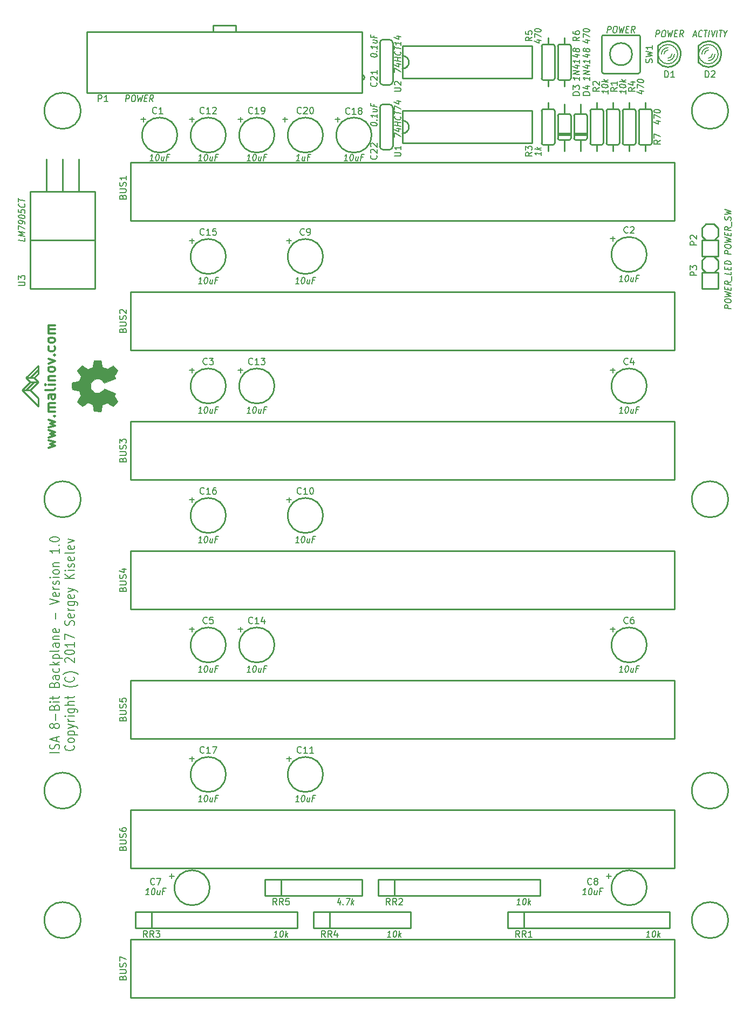
<source format=gto>
G04 #@! TF.FileFunction,Legend,Top*
%FSLAX46Y46*%
G04 Gerber Fmt 4.6, Leading zero omitted, Abs format (unit mm)*
G04 Created by KiCad (PCBNEW 4.0.1-stable) date 12/12/2017 1:59:10 PM*
%MOMM*%
G01*
G04 APERTURE LIST*
%ADD10C,0.150000*%
%ADD11C,0.304800*%
%ADD12C,0.203200*%
%ADD13C,0.254000*%
%ADD14C,0.152400*%
%ADD15C,0.002540*%
G04 APERTURE END LIST*
D10*
D11*
X58728429Y-117638285D02*
X59744429Y-117347999D01*
X59018714Y-117057713D01*
X59744429Y-116767428D01*
X58728429Y-116477142D01*
X58728429Y-116041714D02*
X59744429Y-115751428D01*
X59018714Y-115461142D01*
X59744429Y-115170857D01*
X58728429Y-114880571D01*
X58728429Y-114445143D02*
X59744429Y-114154857D01*
X59018714Y-113864571D01*
X59744429Y-113574286D01*
X58728429Y-113284000D01*
X59599286Y-112703429D02*
X59671857Y-112630857D01*
X59744429Y-112703429D01*
X59671857Y-112776000D01*
X59599286Y-112703429D01*
X59744429Y-112703429D01*
X59744429Y-111977715D02*
X58728429Y-111977715D01*
X58873571Y-111977715D02*
X58801000Y-111905143D01*
X58728429Y-111760001D01*
X58728429Y-111542286D01*
X58801000Y-111397143D01*
X58946143Y-111324572D01*
X59744429Y-111324572D01*
X58946143Y-111324572D02*
X58801000Y-111252001D01*
X58728429Y-111106858D01*
X58728429Y-110889143D01*
X58801000Y-110744001D01*
X58946143Y-110671429D01*
X59744429Y-110671429D01*
X59744429Y-109292572D02*
X58946143Y-109292572D01*
X58801000Y-109365143D01*
X58728429Y-109510286D01*
X58728429Y-109800572D01*
X58801000Y-109945715D01*
X59671857Y-109292572D02*
X59744429Y-109437715D01*
X59744429Y-109800572D01*
X59671857Y-109945715D01*
X59526714Y-110018286D01*
X59381571Y-110018286D01*
X59236429Y-109945715D01*
X59163857Y-109800572D01*
X59163857Y-109437715D01*
X59091286Y-109292572D01*
X59744429Y-108349144D02*
X59671857Y-108494286D01*
X59526714Y-108566858D01*
X58220429Y-108566858D01*
X59744429Y-107768572D02*
X58728429Y-107768572D01*
X58220429Y-107768572D02*
X58293000Y-107841143D01*
X58365571Y-107768572D01*
X58293000Y-107696000D01*
X58220429Y-107768572D01*
X58365571Y-107768572D01*
X58728429Y-107042858D02*
X59744429Y-107042858D01*
X58873571Y-107042858D02*
X58801000Y-106970286D01*
X58728429Y-106825144D01*
X58728429Y-106607429D01*
X58801000Y-106462286D01*
X58946143Y-106389715D01*
X59744429Y-106389715D01*
X59744429Y-105446287D02*
X59671857Y-105591429D01*
X59599286Y-105664001D01*
X59454143Y-105736572D01*
X59018714Y-105736572D01*
X58873571Y-105664001D01*
X58801000Y-105591429D01*
X58728429Y-105446287D01*
X58728429Y-105228572D01*
X58801000Y-105083429D01*
X58873571Y-105010858D01*
X59018714Y-104938287D01*
X59454143Y-104938287D01*
X59599286Y-105010858D01*
X59671857Y-105083429D01*
X59744429Y-105228572D01*
X59744429Y-105446287D01*
X58728429Y-104430287D02*
X59744429Y-104067430D01*
X58728429Y-103704572D01*
X59599286Y-103124001D02*
X59671857Y-103051429D01*
X59744429Y-103124001D01*
X59671857Y-103196572D01*
X59599286Y-103124001D01*
X59744429Y-103124001D01*
X59671857Y-101745144D02*
X59744429Y-101890287D01*
X59744429Y-102180573D01*
X59671857Y-102325715D01*
X59599286Y-102398287D01*
X59454143Y-102470858D01*
X59018714Y-102470858D01*
X58873571Y-102398287D01*
X58801000Y-102325715D01*
X58728429Y-102180573D01*
X58728429Y-101890287D01*
X58801000Y-101745144D01*
X59744429Y-100874287D02*
X59671857Y-101019429D01*
X59599286Y-101092001D01*
X59454143Y-101164572D01*
X59018714Y-101164572D01*
X58873571Y-101092001D01*
X58801000Y-101019429D01*
X58728429Y-100874287D01*
X58728429Y-100656572D01*
X58801000Y-100511429D01*
X58873571Y-100438858D01*
X59018714Y-100366287D01*
X59454143Y-100366287D01*
X59599286Y-100438858D01*
X59671857Y-100511429D01*
X59744429Y-100656572D01*
X59744429Y-100874287D01*
X59744429Y-99713144D02*
X58728429Y-99713144D01*
X58873571Y-99713144D02*
X58801000Y-99640572D01*
X58728429Y-99495430D01*
X58728429Y-99277715D01*
X58801000Y-99132572D01*
X58946143Y-99060001D01*
X59744429Y-99060001D01*
X58946143Y-99060001D02*
X58801000Y-98987430D01*
X58728429Y-98842287D01*
X58728429Y-98624572D01*
X58801000Y-98479430D01*
X58946143Y-98406858D01*
X59744429Y-98406858D01*
D12*
X60481029Y-165462857D02*
X58957029Y-165462857D01*
X60408457Y-164918571D02*
X60481029Y-164737143D01*
X60481029Y-164434762D01*
X60408457Y-164313809D01*
X60335886Y-164253333D01*
X60190743Y-164192857D01*
X60045600Y-164192857D01*
X59900457Y-164253333D01*
X59827886Y-164313809D01*
X59755314Y-164434762D01*
X59682743Y-164676666D01*
X59610171Y-164797619D01*
X59537600Y-164858095D01*
X59392457Y-164918571D01*
X59247314Y-164918571D01*
X59102171Y-164858095D01*
X59029600Y-164797619D01*
X58957029Y-164676666D01*
X58957029Y-164374286D01*
X59029600Y-164192857D01*
X60045600Y-163709047D02*
X60045600Y-163104285D01*
X60481029Y-163830000D02*
X58957029Y-163406666D01*
X60481029Y-162983333D01*
X59610171Y-161410952D02*
X59537600Y-161531905D01*
X59465029Y-161592381D01*
X59319886Y-161652857D01*
X59247314Y-161652857D01*
X59102171Y-161592381D01*
X59029600Y-161531905D01*
X58957029Y-161410952D01*
X58957029Y-161169048D01*
X59029600Y-161048095D01*
X59102171Y-160987619D01*
X59247314Y-160927143D01*
X59319886Y-160927143D01*
X59465029Y-160987619D01*
X59537600Y-161048095D01*
X59610171Y-161169048D01*
X59610171Y-161410952D01*
X59682743Y-161531905D01*
X59755314Y-161592381D01*
X59900457Y-161652857D01*
X60190743Y-161652857D01*
X60335886Y-161592381D01*
X60408457Y-161531905D01*
X60481029Y-161410952D01*
X60481029Y-161169048D01*
X60408457Y-161048095D01*
X60335886Y-160987619D01*
X60190743Y-160927143D01*
X59900457Y-160927143D01*
X59755314Y-160987619D01*
X59682743Y-161048095D01*
X59610171Y-161169048D01*
X59900457Y-160382857D02*
X59900457Y-159415238D01*
X59682743Y-158387143D02*
X59755314Y-158205714D01*
X59827886Y-158145238D01*
X59973029Y-158084762D01*
X60190743Y-158084762D01*
X60335886Y-158145238D01*
X60408457Y-158205714D01*
X60481029Y-158326667D01*
X60481029Y-158810476D01*
X58957029Y-158810476D01*
X58957029Y-158387143D01*
X59029600Y-158266190D01*
X59102171Y-158205714D01*
X59247314Y-158145238D01*
X59392457Y-158145238D01*
X59537600Y-158205714D01*
X59610171Y-158266190D01*
X59682743Y-158387143D01*
X59682743Y-158810476D01*
X60481029Y-157540476D02*
X59465029Y-157540476D01*
X58957029Y-157540476D02*
X59029600Y-157600952D01*
X59102171Y-157540476D01*
X59029600Y-157480000D01*
X58957029Y-157540476D01*
X59102171Y-157540476D01*
X59465029Y-157117143D02*
X59465029Y-156633333D01*
X58957029Y-156935714D02*
X60263314Y-156935714D01*
X60408457Y-156875238D01*
X60481029Y-156754285D01*
X60481029Y-156633333D01*
X59682743Y-154819048D02*
X59755314Y-154637619D01*
X59827886Y-154577143D01*
X59973029Y-154516667D01*
X60190743Y-154516667D01*
X60335886Y-154577143D01*
X60408457Y-154637619D01*
X60481029Y-154758572D01*
X60481029Y-155242381D01*
X58957029Y-155242381D01*
X58957029Y-154819048D01*
X59029600Y-154698095D01*
X59102171Y-154637619D01*
X59247314Y-154577143D01*
X59392457Y-154577143D01*
X59537600Y-154637619D01*
X59610171Y-154698095D01*
X59682743Y-154819048D01*
X59682743Y-155242381D01*
X60481029Y-153428095D02*
X59682743Y-153428095D01*
X59537600Y-153488572D01*
X59465029Y-153609524D01*
X59465029Y-153851429D01*
X59537600Y-153972381D01*
X60408457Y-153428095D02*
X60481029Y-153549048D01*
X60481029Y-153851429D01*
X60408457Y-153972381D01*
X60263314Y-154032857D01*
X60118171Y-154032857D01*
X59973029Y-153972381D01*
X59900457Y-153851429D01*
X59900457Y-153549048D01*
X59827886Y-153428095D01*
X60408457Y-152279047D02*
X60481029Y-152400000D01*
X60481029Y-152641904D01*
X60408457Y-152762857D01*
X60335886Y-152823333D01*
X60190743Y-152883809D01*
X59755314Y-152883809D01*
X59610171Y-152823333D01*
X59537600Y-152762857D01*
X59465029Y-152641904D01*
X59465029Y-152400000D01*
X59537600Y-152279047D01*
X60481029Y-151734762D02*
X58957029Y-151734762D01*
X59900457Y-151613810D02*
X60481029Y-151250953D01*
X59465029Y-151250953D02*
X60045600Y-151734762D01*
X59465029Y-150706667D02*
X60989029Y-150706667D01*
X59537600Y-150706667D02*
X59465029Y-150585715D01*
X59465029Y-150343810D01*
X59537600Y-150222858D01*
X59610171Y-150162381D01*
X59755314Y-150101905D01*
X60190743Y-150101905D01*
X60335886Y-150162381D01*
X60408457Y-150222858D01*
X60481029Y-150343810D01*
X60481029Y-150585715D01*
X60408457Y-150706667D01*
X60481029Y-149376190D02*
X60408457Y-149497143D01*
X60263314Y-149557619D01*
X58957029Y-149557619D01*
X60481029Y-148348095D02*
X59682743Y-148348095D01*
X59537600Y-148408572D01*
X59465029Y-148529524D01*
X59465029Y-148771429D01*
X59537600Y-148892381D01*
X60408457Y-148348095D02*
X60481029Y-148469048D01*
X60481029Y-148771429D01*
X60408457Y-148892381D01*
X60263314Y-148952857D01*
X60118171Y-148952857D01*
X59973029Y-148892381D01*
X59900457Y-148771429D01*
X59900457Y-148469048D01*
X59827886Y-148348095D01*
X59465029Y-147743333D02*
X60481029Y-147743333D01*
X59610171Y-147743333D02*
X59537600Y-147682857D01*
X59465029Y-147561904D01*
X59465029Y-147380476D01*
X59537600Y-147259524D01*
X59682743Y-147199047D01*
X60481029Y-147199047D01*
X60408457Y-146110476D02*
X60481029Y-146231428D01*
X60481029Y-146473333D01*
X60408457Y-146594285D01*
X60263314Y-146654761D01*
X59682743Y-146654761D01*
X59537600Y-146594285D01*
X59465029Y-146473333D01*
X59465029Y-146231428D01*
X59537600Y-146110476D01*
X59682743Y-146049999D01*
X59827886Y-146049999D01*
X59973029Y-146654761D01*
X59900457Y-144538095D02*
X59900457Y-143570476D01*
X58957029Y-142179524D02*
X60481029Y-141756190D01*
X58957029Y-141332857D01*
X60408457Y-140425715D02*
X60481029Y-140546667D01*
X60481029Y-140788572D01*
X60408457Y-140909524D01*
X60263314Y-140970000D01*
X59682743Y-140970000D01*
X59537600Y-140909524D01*
X59465029Y-140788572D01*
X59465029Y-140546667D01*
X59537600Y-140425715D01*
X59682743Y-140365238D01*
X59827886Y-140365238D01*
X59973029Y-140970000D01*
X60481029Y-139820953D02*
X59465029Y-139820953D01*
X59755314Y-139820953D02*
X59610171Y-139760477D01*
X59537600Y-139700001D01*
X59465029Y-139579048D01*
X59465029Y-139458096D01*
X60408457Y-139095239D02*
X60481029Y-138974287D01*
X60481029Y-138732382D01*
X60408457Y-138611430D01*
X60263314Y-138550954D01*
X60190743Y-138550954D01*
X60045600Y-138611430D01*
X59973029Y-138732382D01*
X59973029Y-138913811D01*
X59900457Y-139034763D01*
X59755314Y-139095239D01*
X59682743Y-139095239D01*
X59537600Y-139034763D01*
X59465029Y-138913811D01*
X59465029Y-138732382D01*
X59537600Y-138611430D01*
X60481029Y-138006668D02*
X59465029Y-138006668D01*
X58957029Y-138006668D02*
X59029600Y-138067144D01*
X59102171Y-138006668D01*
X59029600Y-137946192D01*
X58957029Y-138006668D01*
X59102171Y-138006668D01*
X60481029Y-137220477D02*
X60408457Y-137341430D01*
X60335886Y-137401906D01*
X60190743Y-137462382D01*
X59755314Y-137462382D01*
X59610171Y-137401906D01*
X59537600Y-137341430D01*
X59465029Y-137220477D01*
X59465029Y-137039049D01*
X59537600Y-136918097D01*
X59610171Y-136857620D01*
X59755314Y-136797144D01*
X60190743Y-136797144D01*
X60335886Y-136857620D01*
X60408457Y-136918097D01*
X60481029Y-137039049D01*
X60481029Y-137220477D01*
X59465029Y-136252858D02*
X60481029Y-136252858D01*
X59610171Y-136252858D02*
X59537600Y-136192382D01*
X59465029Y-136071429D01*
X59465029Y-135890001D01*
X59537600Y-135769049D01*
X59682743Y-135708572D01*
X60481029Y-135708572D01*
X60481029Y-133470953D02*
X60481029Y-134196667D01*
X60481029Y-133833810D02*
X58957029Y-133833810D01*
X59174743Y-133954762D01*
X59319886Y-134075715D01*
X59392457Y-134196667D01*
X60335886Y-132926667D02*
X60408457Y-132866191D01*
X60481029Y-132926667D01*
X60408457Y-132987143D01*
X60335886Y-132926667D01*
X60481029Y-132926667D01*
X58957029Y-132080000D02*
X58957029Y-131959048D01*
X59029600Y-131838096D01*
X59102171Y-131777619D01*
X59247314Y-131717143D01*
X59537600Y-131656667D01*
X59900457Y-131656667D01*
X60190743Y-131717143D01*
X60335886Y-131777619D01*
X60408457Y-131838096D01*
X60481029Y-131959048D01*
X60481029Y-132080000D01*
X60408457Y-132200953D01*
X60335886Y-132261429D01*
X60190743Y-132321905D01*
X59900457Y-132382381D01*
X59537600Y-132382381D01*
X59247314Y-132321905D01*
X59102171Y-132261429D01*
X59029600Y-132200953D01*
X58957029Y-132080000D01*
X62672686Y-164374286D02*
X62745257Y-164434762D01*
X62817829Y-164616191D01*
X62817829Y-164737143D01*
X62745257Y-164918571D01*
X62600114Y-165039524D01*
X62454971Y-165100000D01*
X62164686Y-165160476D01*
X61946971Y-165160476D01*
X61656686Y-165100000D01*
X61511543Y-165039524D01*
X61366400Y-164918571D01*
X61293829Y-164737143D01*
X61293829Y-164616191D01*
X61366400Y-164434762D01*
X61438971Y-164374286D01*
X62817829Y-163648571D02*
X62745257Y-163769524D01*
X62672686Y-163830000D01*
X62527543Y-163890476D01*
X62092114Y-163890476D01*
X61946971Y-163830000D01*
X61874400Y-163769524D01*
X61801829Y-163648571D01*
X61801829Y-163467143D01*
X61874400Y-163346191D01*
X61946971Y-163285714D01*
X62092114Y-163225238D01*
X62527543Y-163225238D01*
X62672686Y-163285714D01*
X62745257Y-163346191D01*
X62817829Y-163467143D01*
X62817829Y-163648571D01*
X61801829Y-162680952D02*
X63325829Y-162680952D01*
X61874400Y-162680952D02*
X61801829Y-162560000D01*
X61801829Y-162318095D01*
X61874400Y-162197143D01*
X61946971Y-162136666D01*
X62092114Y-162076190D01*
X62527543Y-162076190D01*
X62672686Y-162136666D01*
X62745257Y-162197143D01*
X62817829Y-162318095D01*
X62817829Y-162560000D01*
X62745257Y-162680952D01*
X61801829Y-161652856D02*
X62817829Y-161350475D01*
X61801829Y-161048095D02*
X62817829Y-161350475D01*
X63180686Y-161471428D01*
X63253257Y-161531904D01*
X63325829Y-161652856D01*
X62817829Y-160564285D02*
X61801829Y-160564285D01*
X62092114Y-160564285D02*
X61946971Y-160503809D01*
X61874400Y-160443333D01*
X61801829Y-160322380D01*
X61801829Y-160201428D01*
X62817829Y-159778095D02*
X61801829Y-159778095D01*
X61293829Y-159778095D02*
X61366400Y-159838571D01*
X61438971Y-159778095D01*
X61366400Y-159717619D01*
X61293829Y-159778095D01*
X61438971Y-159778095D01*
X61801829Y-158629047D02*
X63035543Y-158629047D01*
X63180686Y-158689524D01*
X63253257Y-158750000D01*
X63325829Y-158870952D01*
X63325829Y-159052381D01*
X63253257Y-159173333D01*
X62745257Y-158629047D02*
X62817829Y-158750000D01*
X62817829Y-158991904D01*
X62745257Y-159112857D01*
X62672686Y-159173333D01*
X62527543Y-159233809D01*
X62092114Y-159233809D01*
X61946971Y-159173333D01*
X61874400Y-159112857D01*
X61801829Y-158991904D01*
X61801829Y-158750000D01*
X61874400Y-158629047D01*
X62817829Y-158024285D02*
X61293829Y-158024285D01*
X62817829Y-157479999D02*
X62019543Y-157479999D01*
X61874400Y-157540476D01*
X61801829Y-157661428D01*
X61801829Y-157842856D01*
X61874400Y-157963809D01*
X61946971Y-158024285D01*
X61801829Y-157056666D02*
X61801829Y-156572856D01*
X61293829Y-156875237D02*
X62600114Y-156875237D01*
X62745257Y-156814761D01*
X62817829Y-156693808D01*
X62817829Y-156572856D01*
X63398400Y-154819047D02*
X63325829Y-154879523D01*
X63108114Y-155000475D01*
X62962971Y-155060952D01*
X62745257Y-155121428D01*
X62382400Y-155181904D01*
X62092114Y-155181904D01*
X61729257Y-155121428D01*
X61511543Y-155060952D01*
X61366400Y-155000475D01*
X61148686Y-154879523D01*
X61076114Y-154819047D01*
X62672686Y-153609523D02*
X62745257Y-153669999D01*
X62817829Y-153851428D01*
X62817829Y-153972380D01*
X62745257Y-154153808D01*
X62600114Y-154274761D01*
X62454971Y-154335237D01*
X62164686Y-154395713D01*
X61946971Y-154395713D01*
X61656686Y-154335237D01*
X61511543Y-154274761D01*
X61366400Y-154153808D01*
X61293829Y-153972380D01*
X61293829Y-153851428D01*
X61366400Y-153669999D01*
X61438971Y-153609523D01*
X63398400Y-153186189D02*
X63325829Y-153125713D01*
X63108114Y-153004761D01*
X62962971Y-152944285D01*
X62745257Y-152883808D01*
X62382400Y-152823332D01*
X62092114Y-152823332D01*
X61729257Y-152883808D01*
X61511543Y-152944285D01*
X61366400Y-153004761D01*
X61148686Y-153125713D01*
X61076114Y-153186189D01*
X61438971Y-151311427D02*
X61366400Y-151250951D01*
X61293829Y-151129999D01*
X61293829Y-150827618D01*
X61366400Y-150706665D01*
X61438971Y-150646189D01*
X61584114Y-150585713D01*
X61729257Y-150585713D01*
X61946971Y-150646189D01*
X62817829Y-151371903D01*
X62817829Y-150585713D01*
X61293829Y-149799522D02*
X61293829Y-149678570D01*
X61366400Y-149557618D01*
X61438971Y-149497141D01*
X61584114Y-149436665D01*
X61874400Y-149376189D01*
X62237257Y-149376189D01*
X62527543Y-149436665D01*
X62672686Y-149497141D01*
X62745257Y-149557618D01*
X62817829Y-149678570D01*
X62817829Y-149799522D01*
X62745257Y-149920475D01*
X62672686Y-149980951D01*
X62527543Y-150041427D01*
X62237257Y-150101903D01*
X61874400Y-150101903D01*
X61584114Y-150041427D01*
X61438971Y-149980951D01*
X61366400Y-149920475D01*
X61293829Y-149799522D01*
X62817829Y-148166665D02*
X62817829Y-148892379D01*
X62817829Y-148529522D02*
X61293829Y-148529522D01*
X61511543Y-148650474D01*
X61656686Y-148771427D01*
X61729257Y-148892379D01*
X61293829Y-147743331D02*
X61293829Y-146896665D01*
X62817829Y-147440950D01*
X62745257Y-145505712D02*
X62817829Y-145324284D01*
X62817829Y-145021903D01*
X62745257Y-144900950D01*
X62672686Y-144840474D01*
X62527543Y-144779998D01*
X62382400Y-144779998D01*
X62237257Y-144840474D01*
X62164686Y-144900950D01*
X62092114Y-145021903D01*
X62019543Y-145263807D01*
X61946971Y-145384760D01*
X61874400Y-145445236D01*
X61729257Y-145505712D01*
X61584114Y-145505712D01*
X61438971Y-145445236D01*
X61366400Y-145384760D01*
X61293829Y-145263807D01*
X61293829Y-144961427D01*
X61366400Y-144779998D01*
X62745257Y-143751903D02*
X62817829Y-143872855D01*
X62817829Y-144114760D01*
X62745257Y-144235712D01*
X62600114Y-144296188D01*
X62019543Y-144296188D01*
X61874400Y-144235712D01*
X61801829Y-144114760D01*
X61801829Y-143872855D01*
X61874400Y-143751903D01*
X62019543Y-143691426D01*
X62164686Y-143691426D01*
X62309829Y-144296188D01*
X62817829Y-143147141D02*
X61801829Y-143147141D01*
X62092114Y-143147141D02*
X61946971Y-143086665D01*
X61874400Y-143026189D01*
X61801829Y-142905236D01*
X61801829Y-142784284D01*
X61801829Y-141816665D02*
X63035543Y-141816665D01*
X63180686Y-141877142D01*
X63253257Y-141937618D01*
X63325829Y-142058570D01*
X63325829Y-142239999D01*
X63253257Y-142360951D01*
X62745257Y-141816665D02*
X62817829Y-141937618D01*
X62817829Y-142179522D01*
X62745257Y-142300475D01*
X62672686Y-142360951D01*
X62527543Y-142421427D01*
X62092114Y-142421427D01*
X61946971Y-142360951D01*
X61874400Y-142300475D01*
X61801829Y-142179522D01*
X61801829Y-141937618D01*
X61874400Y-141816665D01*
X62745257Y-140728094D02*
X62817829Y-140849046D01*
X62817829Y-141090951D01*
X62745257Y-141211903D01*
X62600114Y-141272379D01*
X62019543Y-141272379D01*
X61874400Y-141211903D01*
X61801829Y-141090951D01*
X61801829Y-140849046D01*
X61874400Y-140728094D01*
X62019543Y-140667617D01*
X62164686Y-140667617D01*
X62309829Y-141272379D01*
X61801829Y-140244284D02*
X62817829Y-139941903D01*
X61801829Y-139639523D02*
X62817829Y-139941903D01*
X63180686Y-140062856D01*
X63253257Y-140123332D01*
X63325829Y-140244284D01*
X62817829Y-138188094D02*
X61293829Y-138188094D01*
X62817829Y-137462380D02*
X61946971Y-138006665D01*
X61293829Y-137462380D02*
X62164686Y-138188094D01*
X62817829Y-136918094D02*
X61801829Y-136918094D01*
X61293829Y-136918094D02*
X61366400Y-136978570D01*
X61438971Y-136918094D01*
X61366400Y-136857618D01*
X61293829Y-136918094D01*
X61438971Y-136918094D01*
X62745257Y-136373808D02*
X62817829Y-136252856D01*
X62817829Y-136010951D01*
X62745257Y-135889999D01*
X62600114Y-135829523D01*
X62527543Y-135829523D01*
X62382400Y-135889999D01*
X62309829Y-136010951D01*
X62309829Y-136192380D01*
X62237257Y-136313332D01*
X62092114Y-136373808D01*
X62019543Y-136373808D01*
X61874400Y-136313332D01*
X61801829Y-136192380D01*
X61801829Y-136010951D01*
X61874400Y-135889999D01*
X62745257Y-134801428D02*
X62817829Y-134922380D01*
X62817829Y-135164285D01*
X62745257Y-135285237D01*
X62600114Y-135345713D01*
X62019543Y-135345713D01*
X61874400Y-135285237D01*
X61801829Y-135164285D01*
X61801829Y-134922380D01*
X61874400Y-134801428D01*
X62019543Y-134740951D01*
X62164686Y-134740951D01*
X62309829Y-135345713D01*
X62817829Y-134015237D02*
X62745257Y-134136190D01*
X62600114Y-134196666D01*
X61293829Y-134196666D01*
X62745257Y-133047619D02*
X62817829Y-133168571D01*
X62817829Y-133410476D01*
X62745257Y-133531428D01*
X62600114Y-133591904D01*
X62019543Y-133591904D01*
X61874400Y-133531428D01*
X61801829Y-133410476D01*
X61801829Y-133168571D01*
X61874400Y-133047619D01*
X62019543Y-132987142D01*
X62164686Y-132987142D01*
X62309829Y-133591904D01*
X61801829Y-132563809D02*
X62817829Y-132261428D01*
X61801829Y-131959048D01*
D13*
X55880000Y-106680000D02*
X57150000Y-105410000D01*
X55245000Y-108585000D02*
X56515000Y-107315000D01*
X55245000Y-106680000D02*
X56515000Y-106680000D01*
X55880000Y-107315000D02*
X57150000Y-107315000D01*
X54610000Y-108585000D02*
X55880000Y-108585000D01*
X57150000Y-109855000D02*
X57150000Y-111125000D01*
X55880000Y-108585000D02*
X57150000Y-109855000D01*
X57150000Y-107315000D02*
X55880000Y-108585000D01*
X56515000Y-106680000D02*
X57150000Y-107315000D01*
X57150000Y-106045000D02*
X56515000Y-106680000D01*
X57150000Y-104775000D02*
X57150000Y-106045000D01*
X55245000Y-106680000D02*
X57150000Y-104775000D01*
X55880000Y-107315000D02*
X55245000Y-106680000D01*
X54610000Y-108585000D02*
X55880000Y-107315000D01*
X57150000Y-111125000D02*
X54610000Y-108585000D01*
X114300000Y-68326000D02*
G75*
G03X115316000Y-67310000I0J1016000D01*
G01*
X115316000Y-67310000D02*
G75*
G03X114300000Y-66294000I-1016000J0D01*
G01*
X134620000Y-64770000D02*
X114300000Y-64770000D01*
X114300000Y-64770000D02*
X114300000Y-69850000D01*
X114300000Y-69850000D02*
X134620000Y-69850000D01*
X134620000Y-69850000D02*
X134620000Y-64770000D01*
X71628000Y-72898000D02*
X156972000Y-72898000D01*
X156972000Y-72898000D02*
X156972000Y-82042000D01*
X156972000Y-82042000D02*
X71628000Y-82042000D01*
X71628000Y-82042000D02*
X71628000Y-72898000D01*
X71628000Y-93218000D02*
X156972000Y-93218000D01*
X156972000Y-93218000D02*
X156972000Y-102362000D01*
X156972000Y-102362000D02*
X71628000Y-102362000D01*
X71628000Y-102362000D02*
X71628000Y-93218000D01*
X71628000Y-113538000D02*
X156972000Y-113538000D01*
X156972000Y-113538000D02*
X156972000Y-122682000D01*
X156972000Y-122682000D02*
X71628000Y-122682000D01*
X71628000Y-122682000D02*
X71628000Y-113538000D01*
X71628000Y-133858000D02*
X156972000Y-133858000D01*
X156972000Y-133858000D02*
X156972000Y-143002000D01*
X156972000Y-143002000D02*
X71628000Y-143002000D01*
X71628000Y-143002000D02*
X71628000Y-133858000D01*
X71628000Y-154178000D02*
X156972000Y-154178000D01*
X156972000Y-154178000D02*
X156972000Y-163322000D01*
X156972000Y-163322000D02*
X71628000Y-163322000D01*
X71628000Y-163322000D02*
X71628000Y-154178000D01*
X71628000Y-174498000D02*
X156972000Y-174498000D01*
X156972000Y-174498000D02*
X156972000Y-183642000D01*
X156972000Y-183642000D02*
X71628000Y-183642000D01*
X71628000Y-183642000D02*
X71628000Y-174498000D01*
X78950820Y-68580000D02*
G75*
G03X78950820Y-68580000I-2750820J0D01*
G01*
X152610820Y-87312500D02*
G75*
G03X152610820Y-87312500I-2750820J0D01*
G01*
X86570820Y-107950000D02*
G75*
G03X86570820Y-107950000I-2750820J0D01*
G01*
X152610820Y-107950000D02*
G75*
G03X152610820Y-107950000I-2750820J0D01*
G01*
X86570820Y-148590000D02*
G75*
G03X86570820Y-148590000I-2750820J0D01*
G01*
X152610820Y-148590000D02*
G75*
G03X152610820Y-148590000I-2750820J0D01*
G01*
X84030820Y-186690000D02*
G75*
G03X84030820Y-186690000I-2750820J0D01*
G01*
X152610820Y-186690000D02*
G75*
G03X152610820Y-186690000I-2750820J0D01*
G01*
X101810820Y-87630000D02*
G75*
G03X101810820Y-87630000I-2750820J0D01*
G01*
X101810820Y-128270000D02*
G75*
G03X101810820Y-128270000I-2750820J0D01*
G01*
X101810820Y-168910000D02*
G75*
G03X101810820Y-168910000I-2750820J0D01*
G01*
X94190820Y-107950000D02*
G75*
G03X94190820Y-107950000I-2750820J0D01*
G01*
X94190820Y-148590000D02*
G75*
G03X94190820Y-148590000I-2750820J0D01*
G01*
X86570820Y-87630000D02*
G75*
G03X86570820Y-87630000I-2750820J0D01*
G01*
X86570820Y-128270000D02*
G75*
G03X86570820Y-128270000I-2750820J0D01*
G01*
X86570820Y-168910000D02*
G75*
G03X86570820Y-168910000I-2750820J0D01*
G01*
X109430820Y-68580000D02*
G75*
G03X109430820Y-68580000I-2750820J0D01*
G01*
X94190820Y-68580000D02*
G75*
G03X94190820Y-68580000I-2750820J0D01*
G01*
X101810820Y-68580000D02*
G75*
G03X101810820Y-68580000I-2750820J0D01*
G01*
X154381200Y-54610000D02*
X154381200Y-57150000D01*
D14*
X157126864Y-56855527D02*
G75*
G03X157480000Y-55880000I-1170864J975527D01*
G01*
X157478111Y-55879531D02*
G75*
G03X157093920Y-54869080I-1522111J-469D01*
G01*
X154433853Y-55880034D02*
G75*
G03X154800300Y-56870600I1522147J34D01*
G01*
X154785136Y-54904473D02*
G75*
G03X154432000Y-55880000I1170864J-975527D01*
G01*
X154716834Y-56767155D02*
G75*
G03X155956000Y-57404000I1239166J887155D01*
G01*
X155956801Y-57404000D02*
G75*
G03X157175200Y-56794400I-801J1524000D01*
G01*
X155955558Y-54357794D02*
G75*
G03X154754580Y-54945280I442J-1522206D01*
G01*
X157158564Y-54943829D02*
G75*
G03X155956000Y-54356000I-1202564J-936171D01*
G01*
X155956000Y-56515000D02*
G75*
G03X156591000Y-55880000I0J635000D01*
G01*
X155956000Y-56896000D02*
G75*
G03X156972000Y-55880000I0J1016000D01*
G01*
X155956000Y-55245000D02*
G75*
G03X155321000Y-55880000I0J-635000D01*
G01*
X155956000Y-54864000D02*
G75*
G03X154940000Y-55880000I0J-1016000D01*
G01*
D13*
X154397120Y-57183426D02*
G75*
G03X155956000Y-57912000I1558880J1303426D01*
G01*
X155956975Y-57909460D02*
G75*
G03X157746700Y-56835040I-975J2029460D01*
G01*
X155953448Y-53850614D02*
G75*
G03X154406600Y-54569360I2552J-2029386D01*
G01*
X157719299Y-54870149D02*
G75*
G03X155956000Y-53848000I-1763299J-1009851D01*
G01*
X157745130Y-56843347D02*
G75*
G03X157988000Y-55880000I-1789130J963347D01*
G01*
X157986923Y-55879900D02*
G75*
G03X157685740Y-54815740I-2030923J-100D01*
G01*
X160731200Y-54610000D02*
X160731200Y-57150000D01*
D14*
X163476864Y-56855527D02*
G75*
G03X163830000Y-55880000I-1170864J975527D01*
G01*
X163828111Y-55879531D02*
G75*
G03X163443920Y-54869080I-1522111J-469D01*
G01*
X160783853Y-55880034D02*
G75*
G03X161150300Y-56870600I1522147J34D01*
G01*
X161135136Y-54904473D02*
G75*
G03X160782000Y-55880000I1170864J-975527D01*
G01*
X161066834Y-56767155D02*
G75*
G03X162306000Y-57404000I1239166J887155D01*
G01*
X162306801Y-57404000D02*
G75*
G03X163525200Y-56794400I-801J1524000D01*
G01*
X162305558Y-54357794D02*
G75*
G03X161104580Y-54945280I442J-1522206D01*
G01*
X163508564Y-54943829D02*
G75*
G03X162306000Y-54356000I-1202564J-936171D01*
G01*
X162306000Y-56515000D02*
G75*
G03X162941000Y-55880000I0J635000D01*
G01*
X162306000Y-56896000D02*
G75*
G03X163322000Y-55880000I0J1016000D01*
G01*
X162306000Y-55245000D02*
G75*
G03X161671000Y-55880000I0J-635000D01*
G01*
X162306000Y-54864000D02*
G75*
G03X161290000Y-55880000I0J-1016000D01*
G01*
D13*
X160747120Y-57183426D02*
G75*
G03X162306000Y-57912000I1558880J1303426D01*
G01*
X162306975Y-57909460D02*
G75*
G03X164096700Y-56835040I-975J2029460D01*
G01*
X162303448Y-53850614D02*
G75*
G03X160756600Y-54569360I2552J-2029386D01*
G01*
X164069299Y-54870149D02*
G75*
G03X162306000Y-53848000I-1763299J-1009851D01*
G01*
X164095130Y-56843347D02*
G75*
G03X164338000Y-55880000I-1789130J963347D01*
G01*
X164336923Y-55879900D02*
G75*
G03X164035740Y-54815740I-2030923J-100D01*
G01*
X138684000Y-68326000D02*
X140716000Y-68326000D01*
X138684000Y-68580000D02*
X140716000Y-68580000D01*
X138684000Y-69088000D02*
G75*
G03X138938000Y-69342000I254000J0D01*
G01*
X140462000Y-69342000D02*
G75*
G03X140716000Y-69088000I0J254000D01*
G01*
X138938000Y-65278000D02*
G75*
G03X138684000Y-65532000I0J-254000D01*
G01*
X140716000Y-65532000D02*
G75*
G03X140462000Y-65278000I-254000J0D01*
G01*
X140462000Y-69342000D02*
X138938000Y-69342000D01*
X138938000Y-65278000D02*
X140462000Y-65278000D01*
X140716000Y-65532000D02*
X140716000Y-69088000D01*
X138684000Y-69088000D02*
X138684000Y-65532000D01*
X139700000Y-69342000D02*
X139700000Y-71120000D01*
X139700000Y-63754000D02*
X139700000Y-65278000D01*
X141224000Y-68326000D02*
X143256000Y-68326000D01*
X141224000Y-68580000D02*
X143256000Y-68580000D01*
X141224000Y-69088000D02*
G75*
G03X141478000Y-69342000I254000J0D01*
G01*
X143002000Y-69342000D02*
G75*
G03X143256000Y-69088000I0J254000D01*
G01*
X141478000Y-65278000D02*
G75*
G03X141224000Y-65532000I0J-254000D01*
G01*
X143256000Y-65532000D02*
G75*
G03X143002000Y-65278000I-254000J0D01*
G01*
X143002000Y-69342000D02*
X141478000Y-69342000D01*
X141478000Y-65278000D02*
X143002000Y-65278000D01*
X143256000Y-65532000D02*
X143256000Y-69088000D01*
X141224000Y-69088000D02*
X141224000Y-65532000D01*
X142240000Y-69342000D02*
X142240000Y-71120000D01*
X142240000Y-63754000D02*
X142240000Y-65278000D01*
X63799806Y-171450000D02*
G75*
G03X63799806Y-171450000I-2839806J0D01*
G01*
X63799806Y-125730000D02*
G75*
G03X63799806Y-125730000I-2839806J0D01*
G01*
X165399806Y-64770000D02*
G75*
G03X165399806Y-64770000I-2839806J0D01*
G01*
X165399806Y-191770000D02*
G75*
G03X165399806Y-191770000I-2839806J0D01*
G01*
X165399806Y-171450000D02*
G75*
G03X165399806Y-171450000I-2839806J0D01*
G01*
X165399806Y-125730000D02*
G75*
G03X165399806Y-125730000I-2839806J0D01*
G01*
X63799806Y-191770000D02*
G75*
G03X63799806Y-191770000I-2839806J0D01*
G01*
X63799806Y-64770000D02*
G75*
G03X63799806Y-64770000I-2839806J0D01*
G01*
X163830000Y-85090000D02*
X161290000Y-85090000D01*
X163830000Y-87630000D02*
X161290000Y-87630000D01*
X161290000Y-87630000D02*
X161290000Y-85090000D01*
X161925000Y-85090000D02*
X161290000Y-84455000D01*
X161290000Y-84455000D02*
X161290000Y-83185000D01*
X161290000Y-83185000D02*
X161925000Y-82550000D01*
X161925000Y-82550000D02*
X163195000Y-82550000D01*
X163195000Y-82550000D02*
X163830000Y-83185000D01*
X163830000Y-83185000D02*
X163830000Y-84455000D01*
X163830000Y-84455000D02*
X163195000Y-85090000D01*
X163830000Y-85090000D02*
X163830000Y-87630000D01*
X108361480Y-59550300D02*
G75*
G03X107960160Y-59148980I-401320J0D01*
G01*
X107960160Y-59949080D02*
G75*
G03X108358940Y-59550300I0J398780D01*
G01*
X88160860Y-52349400D02*
X88160860Y-51351180D01*
X88160860Y-51351180D02*
X84559140Y-51351180D01*
X84559140Y-51351180D02*
X84559140Y-52349400D01*
X64759840Y-61950600D02*
X107960160Y-61950600D01*
X107960160Y-52349400D02*
X64759840Y-52349400D01*
X107960160Y-52349400D02*
X107960160Y-61950600D01*
X64759840Y-52349400D02*
X64759840Y-61950600D01*
X148336000Y-64770000D02*
X148336000Y-69850000D01*
X146558000Y-64516000D02*
X148082000Y-64516000D01*
X146304000Y-69850000D02*
X146304000Y-64770000D01*
X148082000Y-70104000D02*
X146558000Y-70104000D01*
X148336000Y-64770000D02*
G75*
G03X148082000Y-64516000I-254000J0D01*
G01*
X146558000Y-64516000D02*
G75*
G03X146304000Y-64770000I0J-254000D01*
G01*
X148082000Y-70104000D02*
G75*
G03X148336000Y-69850000I0J254000D01*
G01*
X146304000Y-69850000D02*
G75*
G03X146558000Y-70104000I254000J0D01*
G01*
X147320000Y-64516000D02*
X147320000Y-63500000D01*
X147320000Y-71120000D02*
X147320000Y-70104000D01*
X145796000Y-64770000D02*
X145796000Y-69850000D01*
X144018000Y-64516000D02*
X145542000Y-64516000D01*
X143764000Y-69850000D02*
X143764000Y-64770000D01*
X145542000Y-70104000D02*
X144018000Y-70104000D01*
X145796000Y-64770000D02*
G75*
G03X145542000Y-64516000I-254000J0D01*
G01*
X144018000Y-64516000D02*
G75*
G03X143764000Y-64770000I0J-254000D01*
G01*
X145542000Y-70104000D02*
G75*
G03X145796000Y-69850000I0J254000D01*
G01*
X143764000Y-69850000D02*
G75*
G03X144018000Y-70104000I254000J0D01*
G01*
X144780000Y-64516000D02*
X144780000Y-63500000D01*
X144780000Y-71120000D02*
X144780000Y-70104000D01*
X138176000Y-64770000D02*
X138176000Y-69850000D01*
X136398000Y-64516000D02*
X137922000Y-64516000D01*
X136144000Y-69850000D02*
X136144000Y-64770000D01*
X137922000Y-70104000D02*
X136398000Y-70104000D01*
X138176000Y-64770000D02*
G75*
G03X137922000Y-64516000I-254000J0D01*
G01*
X136398000Y-64516000D02*
G75*
G03X136144000Y-64770000I0J-254000D01*
G01*
X137922000Y-70104000D02*
G75*
G03X138176000Y-69850000I0J254000D01*
G01*
X136144000Y-69850000D02*
G75*
G03X136398000Y-70104000I254000J0D01*
G01*
X137160000Y-64516000D02*
X137160000Y-63500000D01*
X137160000Y-71120000D02*
X137160000Y-70104000D01*
X150876000Y-64770000D02*
X150876000Y-69850000D01*
X149098000Y-64516000D02*
X150622000Y-64516000D01*
X148844000Y-69850000D02*
X148844000Y-64770000D01*
X150622000Y-70104000D02*
X149098000Y-70104000D01*
X150876000Y-64770000D02*
G75*
G03X150622000Y-64516000I-254000J0D01*
G01*
X149098000Y-64516000D02*
G75*
G03X148844000Y-64770000I0J-254000D01*
G01*
X150622000Y-70104000D02*
G75*
G03X150876000Y-69850000I0J254000D01*
G01*
X148844000Y-69850000D02*
G75*
G03X149098000Y-70104000I254000J0D01*
G01*
X149860000Y-64516000D02*
X149860000Y-63500000D01*
X149860000Y-71120000D02*
X149860000Y-70104000D01*
X136144000Y-59690000D02*
X136144000Y-54610000D01*
X137922000Y-59944000D02*
X136398000Y-59944000D01*
X138176000Y-54610000D02*
X138176000Y-59690000D01*
X136398000Y-54356000D02*
X137922000Y-54356000D01*
X136144000Y-59690000D02*
G75*
G03X136398000Y-59944000I254000J0D01*
G01*
X137922000Y-59944000D02*
G75*
G03X138176000Y-59690000I0J254000D01*
G01*
X136398000Y-54356000D02*
G75*
G03X136144000Y-54610000I0J-254000D01*
G01*
X138176000Y-54610000D02*
G75*
G03X137922000Y-54356000I-254000J0D01*
G01*
X137160000Y-59944000D02*
X137160000Y-60960000D01*
X137160000Y-53340000D02*
X137160000Y-54356000D01*
X138684000Y-59690000D02*
X138684000Y-54610000D01*
X140462000Y-59944000D02*
X138938000Y-59944000D01*
X140716000Y-54610000D02*
X140716000Y-59690000D01*
X138938000Y-54356000D02*
X140462000Y-54356000D01*
X138684000Y-59690000D02*
G75*
G03X138938000Y-59944000I254000J0D01*
G01*
X140462000Y-59944000D02*
G75*
G03X140716000Y-59690000I0J254000D01*
G01*
X138938000Y-54356000D02*
G75*
G03X138684000Y-54610000I0J-254000D01*
G01*
X140716000Y-54610000D02*
G75*
G03X140462000Y-54356000I-254000J0D01*
G01*
X139700000Y-59944000D02*
X139700000Y-60960000D01*
X139700000Y-53340000D02*
X139700000Y-54356000D01*
X151384000Y-69850000D02*
X151384000Y-64770000D01*
X153162000Y-70104000D02*
X151638000Y-70104000D01*
X153416000Y-64770000D02*
X153416000Y-69850000D01*
X151638000Y-64516000D02*
X153162000Y-64516000D01*
X151384000Y-69850000D02*
G75*
G03X151638000Y-70104000I254000J0D01*
G01*
X153162000Y-70104000D02*
G75*
G03X153416000Y-69850000I0J254000D01*
G01*
X151638000Y-64516000D02*
G75*
G03X151384000Y-64770000I0J-254000D01*
G01*
X153416000Y-64770000D02*
G75*
G03X153162000Y-64516000I-254000J0D01*
G01*
X152400000Y-70104000D02*
X152400000Y-71120000D01*
X152400000Y-63500000D02*
X152400000Y-64516000D01*
X130810000Y-193040000D02*
X130810000Y-190500000D01*
X130810000Y-190500000D02*
X156210000Y-190500000D01*
X156210000Y-190500000D02*
X156210000Y-193040000D01*
X156210000Y-193040000D02*
X130810000Y-193040000D01*
X133350000Y-193040000D02*
X133350000Y-190500000D01*
X110490000Y-187960000D02*
X110490000Y-185420000D01*
X110490000Y-185420000D02*
X135890000Y-185420000D01*
X135890000Y-185420000D02*
X135890000Y-187960000D01*
X135890000Y-187960000D02*
X110490000Y-187960000D01*
X113030000Y-187960000D02*
X113030000Y-185420000D01*
X72390000Y-193040000D02*
X72390000Y-190500000D01*
X72390000Y-190500000D02*
X97790000Y-190500000D01*
X97790000Y-190500000D02*
X97790000Y-193040000D01*
X97790000Y-193040000D02*
X72390000Y-193040000D01*
X74930000Y-193040000D02*
X74930000Y-190500000D01*
X145590260Y-58630820D02*
X145590260Y-53129180D01*
X151340820Y-58879740D02*
X145839180Y-58879740D01*
X151589740Y-53129180D02*
X151589740Y-58630820D01*
X145839180Y-52880260D02*
X151340820Y-52880260D01*
X151340820Y-58879740D02*
G75*
G03X151589740Y-58630820I0J248920D01*
G01*
X145590260Y-58630820D02*
G75*
G03X145839180Y-58879740I248920J0D01*
G01*
X151589740Y-53129180D02*
G75*
G03X151340820Y-52880260I-248920J0D01*
G01*
X145839180Y-52880260D02*
G75*
G03X145590260Y-53129180I0J-248920D01*
G01*
X150340060Y-55880000D02*
G75*
G03X150340060Y-55880000I-1750060J0D01*
G01*
X71628000Y-194818000D02*
X156972000Y-194818000D01*
X156972000Y-194818000D02*
X156972000Y-203962000D01*
X156972000Y-203962000D02*
X71628000Y-203962000D01*
X71628000Y-203962000D02*
X71628000Y-194818000D01*
X163830000Y-90170000D02*
X161290000Y-90170000D01*
X163830000Y-92710000D02*
X161290000Y-92710000D01*
X161290000Y-92710000D02*
X161290000Y-90170000D01*
X161925000Y-90170000D02*
X161290000Y-89535000D01*
X161290000Y-89535000D02*
X161290000Y-88265000D01*
X161290000Y-88265000D02*
X161925000Y-87630000D01*
X161925000Y-87630000D02*
X163195000Y-87630000D01*
X163195000Y-87630000D02*
X163830000Y-88265000D01*
X163830000Y-88265000D02*
X163830000Y-89535000D01*
X163830000Y-89535000D02*
X163195000Y-90170000D01*
X163830000Y-90170000D02*
X163830000Y-92710000D01*
X100330000Y-193040000D02*
X100330000Y-190500000D01*
X100330000Y-190500000D02*
X115570000Y-190500000D01*
X115570000Y-190500000D02*
X115570000Y-193040000D01*
X115570000Y-193040000D02*
X100330000Y-193040000D01*
X102870000Y-193040000D02*
X102870000Y-190500000D01*
X92710000Y-187960000D02*
X92710000Y-185420000D01*
X92710000Y-185420000D02*
X107950000Y-185420000D01*
X107950000Y-185420000D02*
X107950000Y-187960000D01*
X107950000Y-187960000D02*
X92710000Y-187960000D01*
X95250000Y-187960000D02*
X95250000Y-185420000D01*
X114300000Y-58166000D02*
G75*
G03X115316000Y-57150000I0J1016000D01*
G01*
X115316000Y-57150000D02*
G75*
G03X114300000Y-56134000I-1016000J0D01*
G01*
X134620000Y-54610000D02*
X114300000Y-54610000D01*
X114300000Y-54610000D02*
X114300000Y-59690000D01*
X114300000Y-59690000D02*
X134620000Y-59690000D01*
X134620000Y-59690000D02*
X134620000Y-54610000D01*
X111252000Y-70866000D02*
X112268000Y-70866000D01*
X110744000Y-64262000D02*
X110744000Y-70358000D01*
X112776000Y-64262000D02*
X112776000Y-70358000D01*
X110744000Y-70358000D02*
G75*
G03X111252000Y-70866000I508000J0D01*
G01*
X112268000Y-70866000D02*
G75*
G03X112776000Y-70358000I0J508000D01*
G01*
X111252000Y-63754000D02*
G75*
G03X110744000Y-64262000I0J-508000D01*
G01*
X112776000Y-64262000D02*
G75*
G03X112268000Y-63754000I-508000J0D01*
G01*
X111252000Y-63754000D02*
X112268000Y-63754000D01*
X86570820Y-68580000D02*
G75*
G03X86570820Y-68580000I-2750820J0D01*
G01*
X111252000Y-60706000D02*
X112268000Y-60706000D01*
X110744000Y-54102000D02*
X110744000Y-60198000D01*
X112776000Y-54102000D02*
X112776000Y-60198000D01*
X110744000Y-60198000D02*
G75*
G03X111252000Y-60706000I508000J0D01*
G01*
X112268000Y-60706000D02*
G75*
G03X112776000Y-60198000I0J508000D01*
G01*
X111252000Y-53594000D02*
G75*
G03X110744000Y-54102000I0J-508000D01*
G01*
X112776000Y-54102000D02*
G75*
G03X112268000Y-53594000I-508000J0D01*
G01*
X111252000Y-53594000D02*
X112268000Y-53594000D01*
X63487300Y-72390000D02*
X63487300Y-77470000D01*
X60947300Y-72390000D02*
X60947300Y-77470000D01*
X58407300Y-72390000D02*
X58407300Y-77470000D01*
X55867300Y-77470000D02*
X55867300Y-92710000D01*
X55867300Y-92710000D02*
X66027300Y-92710000D01*
X66027300Y-92710000D02*
X66027300Y-77470000D01*
X66027300Y-77470000D02*
X55867300Y-77470000D01*
X57137300Y-85090000D02*
X66027300Y-85090000D01*
X57137300Y-85090000D02*
X55867300Y-85090000D01*
D15*
G36*
X69631560Y-110373160D02*
X69611240Y-110332520D01*
X69552820Y-110238540D01*
X69463920Y-110103920D01*
X69359780Y-109946440D01*
X69250560Y-109788960D01*
X69164200Y-109659420D01*
X69105780Y-109567980D01*
X69085460Y-109529880D01*
X69090540Y-109509560D01*
X69128640Y-109433360D01*
X69184520Y-109324140D01*
X69217540Y-109260640D01*
X69260720Y-109161580D01*
X69270880Y-109110780D01*
X69255640Y-109103160D01*
X69179440Y-109065060D01*
X69047360Y-109009180D01*
X68874640Y-108932980D01*
X68671440Y-108846620D01*
X68453000Y-108752640D01*
X68229480Y-108661200D01*
X68016120Y-108572300D01*
X67825620Y-108493560D01*
X67670680Y-108430060D01*
X67561460Y-108389420D01*
X67515740Y-108374180D01*
X67505580Y-108379260D01*
X67457320Y-108430060D01*
X67391280Y-108516420D01*
X67236340Y-108706920D01*
X67002660Y-108892340D01*
X66738500Y-109006640D01*
X66443860Y-109044740D01*
X66172080Y-109011720D01*
X65910460Y-108905040D01*
X65674240Y-108722160D01*
X65498980Y-108501180D01*
X65387220Y-108242100D01*
X65351660Y-107950000D01*
X65382140Y-107670600D01*
X65488820Y-107403900D01*
X65669160Y-107167680D01*
X65783460Y-107068620D01*
X66022220Y-106931460D01*
X66278760Y-106852720D01*
X66342260Y-106845100D01*
X66624200Y-106855260D01*
X66893440Y-106939080D01*
X67134740Y-107086400D01*
X67330320Y-107292140D01*
X67350640Y-107320080D01*
X67421760Y-107414060D01*
X67470020Y-107477560D01*
X67510660Y-107528360D01*
X68371720Y-107170220D01*
X68508880Y-107114340D01*
X68745100Y-107015280D01*
X68948300Y-106928920D01*
X69108320Y-106860340D01*
X69217540Y-106812080D01*
X69260720Y-106791760D01*
X69263260Y-106789220D01*
X69268340Y-106758740D01*
X69242940Y-106692700D01*
X69184520Y-106573320D01*
X69143880Y-106492040D01*
X69100700Y-106400600D01*
X69085460Y-106359960D01*
X69103240Y-106324400D01*
X69161660Y-106238040D01*
X69245480Y-106108500D01*
X69349620Y-105956100D01*
X69451220Y-105808780D01*
X69540120Y-105674160D01*
X69601080Y-105575100D01*
X69629020Y-105526840D01*
X69629020Y-105519220D01*
X69603620Y-105478580D01*
X69540120Y-105399840D01*
X69428360Y-105283000D01*
X69265800Y-105117900D01*
X69240400Y-105092500D01*
X69100700Y-104955340D01*
X68983860Y-104843580D01*
X68902580Y-104769920D01*
X68864480Y-104744520D01*
X68864480Y-104744520D01*
X68816220Y-104767380D01*
X68719700Y-104830880D01*
X68582540Y-104919780D01*
X68422520Y-105029000D01*
X68008500Y-105313480D01*
X67617340Y-105156000D01*
X67497960Y-105107740D01*
X67353180Y-105046780D01*
X67249040Y-105003600D01*
X67203320Y-104978200D01*
X67188080Y-104937560D01*
X67162680Y-104828340D01*
X67129660Y-104673400D01*
X67096640Y-104490520D01*
X67063620Y-104312720D01*
X67033140Y-104152700D01*
X67010280Y-104038400D01*
X67000120Y-103987600D01*
X66992500Y-103974900D01*
X66967100Y-103964740D01*
X66913760Y-103957120D01*
X66817240Y-103954580D01*
X66664840Y-103952040D01*
X66443860Y-103952040D01*
X66421000Y-103952040D01*
X66210180Y-103954580D01*
X66042540Y-103957120D01*
X65933320Y-103962200D01*
X65890140Y-103969820D01*
X65890140Y-103969820D01*
X65877440Y-104020620D01*
X65854580Y-104132380D01*
X65821560Y-104292400D01*
X65786000Y-104482900D01*
X65783460Y-104493060D01*
X65747900Y-104683560D01*
X65714880Y-104841040D01*
X65689480Y-104952800D01*
X65674240Y-104998520D01*
X65661540Y-105008680D01*
X65587880Y-105046780D01*
X65471040Y-105102660D01*
X65326260Y-105163620D01*
X65178940Y-105227120D01*
X65044320Y-105280460D01*
X64945260Y-105316020D01*
X64899540Y-105326180D01*
X64899540Y-105326180D01*
X64853820Y-105298240D01*
X64754760Y-105232200D01*
X64620140Y-105140760D01*
X64457580Y-105029000D01*
X64444880Y-105021380D01*
X64284860Y-104912160D01*
X64150240Y-104823260D01*
X64053720Y-104764840D01*
X64010540Y-104744520D01*
X64008000Y-104744520D01*
X63959740Y-104780080D01*
X63870840Y-104861360D01*
X63748920Y-104978200D01*
X63606680Y-105117900D01*
X63563500Y-105163620D01*
X63411100Y-105318560D01*
X63312040Y-105425240D01*
X63258700Y-105493820D01*
X63246000Y-105526840D01*
X63248540Y-105526840D01*
X63276480Y-105575100D01*
X63342520Y-105676700D01*
X63436500Y-105813860D01*
X63545720Y-105976420D01*
X63553340Y-105986580D01*
X63662560Y-106146600D01*
X63751460Y-106278680D01*
X63814960Y-106375200D01*
X63840360Y-106415840D01*
X63840360Y-106423460D01*
X63820040Y-106486960D01*
X63781940Y-106601260D01*
X63726060Y-106740960D01*
X63667640Y-106888280D01*
X63611760Y-107022900D01*
X63563500Y-107124500D01*
X63538100Y-107172760D01*
X63535560Y-107172760D01*
X63477140Y-107190540D01*
X63357760Y-107218480D01*
X63192660Y-107251500D01*
X62997080Y-107289600D01*
X62966600Y-107294680D01*
X62776100Y-107330240D01*
X62618620Y-107360720D01*
X62509400Y-107383580D01*
X62463680Y-107396280D01*
X62458600Y-107421680D01*
X62450980Y-107515660D01*
X62448440Y-107657900D01*
X62445900Y-107830620D01*
X62448440Y-108010960D01*
X62450980Y-108186220D01*
X62456060Y-108338620D01*
X62463680Y-108445300D01*
X62473840Y-108491020D01*
X62476380Y-108493560D01*
X62534800Y-108508800D01*
X62654180Y-108534200D01*
X62819280Y-108569760D01*
X63017400Y-108607860D01*
X63050420Y-108612940D01*
X63240920Y-108648500D01*
X63395860Y-108681520D01*
X63505080Y-108704380D01*
X63545720Y-108717080D01*
X63555880Y-108732320D01*
X63588900Y-108811060D01*
X63642240Y-108938060D01*
X63705740Y-109098080D01*
X63855600Y-109463840D01*
X63545720Y-109910880D01*
X63517780Y-109954060D01*
X63408560Y-110114080D01*
X63319660Y-110248700D01*
X63261240Y-110340140D01*
X63238380Y-110378240D01*
X63240920Y-110380780D01*
X63279020Y-110426500D01*
X63362840Y-110515400D01*
X63482220Y-110637320D01*
X63621920Y-110777020D01*
X63726060Y-110881160D01*
X63853060Y-111005620D01*
X63936880Y-111084360D01*
X63992760Y-111127540D01*
X64025780Y-111142780D01*
X64046100Y-111137700D01*
X64091820Y-111109760D01*
X64190880Y-111043720D01*
X64328040Y-110952280D01*
X64485520Y-110843060D01*
X64620140Y-110751620D01*
X64770000Y-110655100D01*
X64876680Y-110591600D01*
X64930020Y-110568740D01*
X64952880Y-110573820D01*
X65039240Y-110606840D01*
X65173860Y-110660180D01*
X65331340Y-110726220D01*
X65686940Y-110883700D01*
X65730120Y-111117380D01*
X65758060Y-111257080D01*
X65796160Y-111455200D01*
X65831720Y-111643160D01*
X65890140Y-111937800D01*
X66972180Y-111947960D01*
X66992500Y-111902240D01*
X67005200Y-111859060D01*
X67028060Y-111749840D01*
X67058540Y-111594900D01*
X67094100Y-111409480D01*
X67124580Y-111254540D01*
X67152520Y-111094520D01*
X67175380Y-110982760D01*
X67185540Y-110931960D01*
X67203320Y-110919260D01*
X67279520Y-110878620D01*
X67401440Y-110822740D01*
X67548760Y-110761780D01*
X67698620Y-110698280D01*
X67838320Y-110642400D01*
X67945000Y-110601760D01*
X68000880Y-110589060D01*
X68044060Y-110609380D01*
X68135500Y-110670340D01*
X68267580Y-110756700D01*
X68425060Y-110863380D01*
X68582540Y-110972600D01*
X68717160Y-111061500D01*
X68813680Y-111125000D01*
X68856860Y-111150400D01*
X68887340Y-111137700D01*
X68963540Y-111076740D01*
X69085460Y-110957360D01*
X69260720Y-110782100D01*
X69288660Y-110751620D01*
X69423280Y-110611920D01*
X69532500Y-110492540D01*
X69606160Y-110411260D01*
X69631560Y-110373160D01*
X69631560Y-110373160D01*
G37*
X69631560Y-110373160D02*
X69611240Y-110332520D01*
X69552820Y-110238540D01*
X69463920Y-110103920D01*
X69359780Y-109946440D01*
X69250560Y-109788960D01*
X69164200Y-109659420D01*
X69105780Y-109567980D01*
X69085460Y-109529880D01*
X69090540Y-109509560D01*
X69128640Y-109433360D01*
X69184520Y-109324140D01*
X69217540Y-109260640D01*
X69260720Y-109161580D01*
X69270880Y-109110780D01*
X69255640Y-109103160D01*
X69179440Y-109065060D01*
X69047360Y-109009180D01*
X68874640Y-108932980D01*
X68671440Y-108846620D01*
X68453000Y-108752640D01*
X68229480Y-108661200D01*
X68016120Y-108572300D01*
X67825620Y-108493560D01*
X67670680Y-108430060D01*
X67561460Y-108389420D01*
X67515740Y-108374180D01*
X67505580Y-108379260D01*
X67457320Y-108430060D01*
X67391280Y-108516420D01*
X67236340Y-108706920D01*
X67002660Y-108892340D01*
X66738500Y-109006640D01*
X66443860Y-109044740D01*
X66172080Y-109011720D01*
X65910460Y-108905040D01*
X65674240Y-108722160D01*
X65498980Y-108501180D01*
X65387220Y-108242100D01*
X65351660Y-107950000D01*
X65382140Y-107670600D01*
X65488820Y-107403900D01*
X65669160Y-107167680D01*
X65783460Y-107068620D01*
X66022220Y-106931460D01*
X66278760Y-106852720D01*
X66342260Y-106845100D01*
X66624200Y-106855260D01*
X66893440Y-106939080D01*
X67134740Y-107086400D01*
X67330320Y-107292140D01*
X67350640Y-107320080D01*
X67421760Y-107414060D01*
X67470020Y-107477560D01*
X67510660Y-107528360D01*
X68371720Y-107170220D01*
X68508880Y-107114340D01*
X68745100Y-107015280D01*
X68948300Y-106928920D01*
X69108320Y-106860340D01*
X69217540Y-106812080D01*
X69260720Y-106791760D01*
X69263260Y-106789220D01*
X69268340Y-106758740D01*
X69242940Y-106692700D01*
X69184520Y-106573320D01*
X69143880Y-106492040D01*
X69100700Y-106400600D01*
X69085460Y-106359960D01*
X69103240Y-106324400D01*
X69161660Y-106238040D01*
X69245480Y-106108500D01*
X69349620Y-105956100D01*
X69451220Y-105808780D01*
X69540120Y-105674160D01*
X69601080Y-105575100D01*
X69629020Y-105526840D01*
X69629020Y-105519220D01*
X69603620Y-105478580D01*
X69540120Y-105399840D01*
X69428360Y-105283000D01*
X69265800Y-105117900D01*
X69240400Y-105092500D01*
X69100700Y-104955340D01*
X68983860Y-104843580D01*
X68902580Y-104769920D01*
X68864480Y-104744520D01*
X68864480Y-104744520D01*
X68816220Y-104767380D01*
X68719700Y-104830880D01*
X68582540Y-104919780D01*
X68422520Y-105029000D01*
X68008500Y-105313480D01*
X67617340Y-105156000D01*
X67497960Y-105107740D01*
X67353180Y-105046780D01*
X67249040Y-105003600D01*
X67203320Y-104978200D01*
X67188080Y-104937560D01*
X67162680Y-104828340D01*
X67129660Y-104673400D01*
X67096640Y-104490520D01*
X67063620Y-104312720D01*
X67033140Y-104152700D01*
X67010280Y-104038400D01*
X67000120Y-103987600D01*
X66992500Y-103974900D01*
X66967100Y-103964740D01*
X66913760Y-103957120D01*
X66817240Y-103954580D01*
X66664840Y-103952040D01*
X66443860Y-103952040D01*
X66421000Y-103952040D01*
X66210180Y-103954580D01*
X66042540Y-103957120D01*
X65933320Y-103962200D01*
X65890140Y-103969820D01*
X65890140Y-103969820D01*
X65877440Y-104020620D01*
X65854580Y-104132380D01*
X65821560Y-104292400D01*
X65786000Y-104482900D01*
X65783460Y-104493060D01*
X65747900Y-104683560D01*
X65714880Y-104841040D01*
X65689480Y-104952800D01*
X65674240Y-104998520D01*
X65661540Y-105008680D01*
X65587880Y-105046780D01*
X65471040Y-105102660D01*
X65326260Y-105163620D01*
X65178940Y-105227120D01*
X65044320Y-105280460D01*
X64945260Y-105316020D01*
X64899540Y-105326180D01*
X64899540Y-105326180D01*
X64853820Y-105298240D01*
X64754760Y-105232200D01*
X64620140Y-105140760D01*
X64457580Y-105029000D01*
X64444880Y-105021380D01*
X64284860Y-104912160D01*
X64150240Y-104823260D01*
X64053720Y-104764840D01*
X64010540Y-104744520D01*
X64008000Y-104744520D01*
X63959740Y-104780080D01*
X63870840Y-104861360D01*
X63748920Y-104978200D01*
X63606680Y-105117900D01*
X63563500Y-105163620D01*
X63411100Y-105318560D01*
X63312040Y-105425240D01*
X63258700Y-105493820D01*
X63246000Y-105526840D01*
X63248540Y-105526840D01*
X63276480Y-105575100D01*
X63342520Y-105676700D01*
X63436500Y-105813860D01*
X63545720Y-105976420D01*
X63553340Y-105986580D01*
X63662560Y-106146600D01*
X63751460Y-106278680D01*
X63814960Y-106375200D01*
X63840360Y-106415840D01*
X63840360Y-106423460D01*
X63820040Y-106486960D01*
X63781940Y-106601260D01*
X63726060Y-106740960D01*
X63667640Y-106888280D01*
X63611760Y-107022900D01*
X63563500Y-107124500D01*
X63538100Y-107172760D01*
X63535560Y-107172760D01*
X63477140Y-107190540D01*
X63357760Y-107218480D01*
X63192660Y-107251500D01*
X62997080Y-107289600D01*
X62966600Y-107294680D01*
X62776100Y-107330240D01*
X62618620Y-107360720D01*
X62509400Y-107383580D01*
X62463680Y-107396280D01*
X62458600Y-107421680D01*
X62450980Y-107515660D01*
X62448440Y-107657900D01*
X62445900Y-107830620D01*
X62448440Y-108010960D01*
X62450980Y-108186220D01*
X62456060Y-108338620D01*
X62463680Y-108445300D01*
X62473840Y-108491020D01*
X62476380Y-108493560D01*
X62534800Y-108508800D01*
X62654180Y-108534200D01*
X62819280Y-108569760D01*
X63017400Y-108607860D01*
X63050420Y-108612940D01*
X63240920Y-108648500D01*
X63395860Y-108681520D01*
X63505080Y-108704380D01*
X63545720Y-108717080D01*
X63555880Y-108732320D01*
X63588900Y-108811060D01*
X63642240Y-108938060D01*
X63705740Y-109098080D01*
X63855600Y-109463840D01*
X63545720Y-109910880D01*
X63517780Y-109954060D01*
X63408560Y-110114080D01*
X63319660Y-110248700D01*
X63261240Y-110340140D01*
X63238380Y-110378240D01*
X63240920Y-110380780D01*
X63279020Y-110426500D01*
X63362840Y-110515400D01*
X63482220Y-110637320D01*
X63621920Y-110777020D01*
X63726060Y-110881160D01*
X63853060Y-111005620D01*
X63936880Y-111084360D01*
X63992760Y-111127540D01*
X64025780Y-111142780D01*
X64046100Y-111137700D01*
X64091820Y-111109760D01*
X64190880Y-111043720D01*
X64328040Y-110952280D01*
X64485520Y-110843060D01*
X64620140Y-110751620D01*
X64770000Y-110655100D01*
X64876680Y-110591600D01*
X64930020Y-110568740D01*
X64952880Y-110573820D01*
X65039240Y-110606840D01*
X65173860Y-110660180D01*
X65331340Y-110726220D01*
X65686940Y-110883700D01*
X65730120Y-111117380D01*
X65758060Y-111257080D01*
X65796160Y-111455200D01*
X65831720Y-111643160D01*
X65890140Y-111937800D01*
X66972180Y-111947960D01*
X66992500Y-111902240D01*
X67005200Y-111859060D01*
X67028060Y-111749840D01*
X67058540Y-111594900D01*
X67094100Y-111409480D01*
X67124580Y-111254540D01*
X67152520Y-111094520D01*
X67175380Y-110982760D01*
X67185540Y-110931960D01*
X67203320Y-110919260D01*
X67279520Y-110878620D01*
X67401440Y-110822740D01*
X67548760Y-110761780D01*
X67698620Y-110698280D01*
X67838320Y-110642400D01*
X67945000Y-110601760D01*
X68000880Y-110589060D01*
X68044060Y-110609380D01*
X68135500Y-110670340D01*
X68267580Y-110756700D01*
X68425060Y-110863380D01*
X68582540Y-110972600D01*
X68717160Y-111061500D01*
X68813680Y-111125000D01*
X68856860Y-111150400D01*
X68887340Y-111137700D01*
X68963540Y-111076740D01*
X69085460Y-110957360D01*
X69260720Y-110782100D01*
X69288660Y-110751620D01*
X69423280Y-110611920D01*
X69532500Y-110492540D01*
X69606160Y-110411260D01*
X69631560Y-110373160D01*
D12*
X113045119Y-71894095D02*
X113867595Y-71894095D01*
X113964357Y-71845714D01*
X114012738Y-71797333D01*
X114061119Y-71700571D01*
X114061119Y-71507048D01*
X114012738Y-71410286D01*
X113964357Y-71361905D01*
X113867595Y-71313524D01*
X113045119Y-71313524D01*
X114061119Y-70297524D02*
X114061119Y-70878095D01*
X114061119Y-70587809D02*
X113045119Y-70587809D01*
X113190262Y-70684571D01*
X113287024Y-70781333D01*
X113335405Y-70878095D01*
X113045119Y-68859701D02*
X113045119Y-68250101D01*
X114061119Y-68768987D01*
X113383786Y-67552207D02*
X114061119Y-67636873D01*
X112996738Y-67721540D02*
X113722452Y-68029969D01*
X113722452Y-67463911D01*
X114061119Y-67157902D02*
X113045119Y-67030902D01*
X113528929Y-67091379D02*
X113528929Y-66568864D01*
X114061119Y-66635387D02*
X113045119Y-66508387D01*
X113964357Y-65665349D02*
X114012738Y-65714940D01*
X114061119Y-65851616D01*
X114061119Y-65938702D01*
X114012738Y-66063283D01*
X113915976Y-66138273D01*
X113819214Y-66169721D01*
X113625690Y-66189074D01*
X113480548Y-66170931D01*
X113287024Y-66103197D01*
X113190262Y-66047559D01*
X113093500Y-65948378D01*
X113045119Y-65811702D01*
X113045119Y-65724616D01*
X113093500Y-65600035D01*
X113141881Y-65562540D01*
X113045119Y-65289187D02*
X113045119Y-64766673D01*
X114061119Y-65154930D02*
X113045119Y-65027930D01*
X113045119Y-64548958D02*
X113045119Y-63939358D01*
X114061119Y-64458244D01*
X113383786Y-63241464D02*
X114061119Y-63326130D01*
X112996738Y-63410797D02*
X113722452Y-63719226D01*
X113722452Y-63153168D01*
X70412429Y-78262238D02*
X70460810Y-78117095D01*
X70509190Y-78068714D01*
X70605952Y-78020333D01*
X70751095Y-78020333D01*
X70847857Y-78068714D01*
X70896238Y-78117095D01*
X70944619Y-78213857D01*
X70944619Y-78600904D01*
X69928619Y-78600904D01*
X69928619Y-78262238D01*
X69977000Y-78165476D01*
X70025381Y-78117095D01*
X70122143Y-78068714D01*
X70218905Y-78068714D01*
X70315667Y-78117095D01*
X70364048Y-78165476D01*
X70412429Y-78262238D01*
X70412429Y-78600904D01*
X69928619Y-77584904D02*
X70751095Y-77584904D01*
X70847857Y-77536523D01*
X70896238Y-77488142D01*
X70944619Y-77391380D01*
X70944619Y-77197857D01*
X70896238Y-77101095D01*
X70847857Y-77052714D01*
X70751095Y-77004333D01*
X69928619Y-77004333D01*
X70896238Y-76568904D02*
X70944619Y-76423761D01*
X70944619Y-76181857D01*
X70896238Y-76085095D01*
X70847857Y-76036714D01*
X70751095Y-75988333D01*
X70654333Y-75988333D01*
X70557571Y-76036714D01*
X70509190Y-76085095D01*
X70460810Y-76181857D01*
X70412429Y-76375380D01*
X70364048Y-76472142D01*
X70315667Y-76520523D01*
X70218905Y-76568904D01*
X70122143Y-76568904D01*
X70025381Y-76520523D01*
X69977000Y-76472142D01*
X69928619Y-76375380D01*
X69928619Y-76133476D01*
X69977000Y-75988333D01*
X70944619Y-75020714D02*
X70944619Y-75601285D01*
X70944619Y-75310999D02*
X69928619Y-75310999D01*
X70073762Y-75407761D01*
X70170524Y-75504523D01*
X70218905Y-75601285D01*
X70412429Y-99217238D02*
X70460810Y-99072095D01*
X70509190Y-99023714D01*
X70605952Y-98975333D01*
X70751095Y-98975333D01*
X70847857Y-99023714D01*
X70896238Y-99072095D01*
X70944619Y-99168857D01*
X70944619Y-99555904D01*
X69928619Y-99555904D01*
X69928619Y-99217238D01*
X69977000Y-99120476D01*
X70025381Y-99072095D01*
X70122143Y-99023714D01*
X70218905Y-99023714D01*
X70315667Y-99072095D01*
X70364048Y-99120476D01*
X70412429Y-99217238D01*
X70412429Y-99555904D01*
X69928619Y-98539904D02*
X70751095Y-98539904D01*
X70847857Y-98491523D01*
X70896238Y-98443142D01*
X70944619Y-98346380D01*
X70944619Y-98152857D01*
X70896238Y-98056095D01*
X70847857Y-98007714D01*
X70751095Y-97959333D01*
X69928619Y-97959333D01*
X70896238Y-97523904D02*
X70944619Y-97378761D01*
X70944619Y-97136857D01*
X70896238Y-97040095D01*
X70847857Y-96991714D01*
X70751095Y-96943333D01*
X70654333Y-96943333D01*
X70557571Y-96991714D01*
X70509190Y-97040095D01*
X70460810Y-97136857D01*
X70412429Y-97330380D01*
X70364048Y-97427142D01*
X70315667Y-97475523D01*
X70218905Y-97523904D01*
X70122143Y-97523904D01*
X70025381Y-97475523D01*
X69977000Y-97427142D01*
X69928619Y-97330380D01*
X69928619Y-97088476D01*
X69977000Y-96943333D01*
X70025381Y-96556285D02*
X69977000Y-96507904D01*
X69928619Y-96411142D01*
X69928619Y-96169238D01*
X69977000Y-96072476D01*
X70025381Y-96024095D01*
X70122143Y-95975714D01*
X70218905Y-95975714D01*
X70364048Y-96024095D01*
X70944619Y-96604666D01*
X70944619Y-95975714D01*
X70412429Y-119537238D02*
X70460810Y-119392095D01*
X70509190Y-119343714D01*
X70605952Y-119295333D01*
X70751095Y-119295333D01*
X70847857Y-119343714D01*
X70896238Y-119392095D01*
X70944619Y-119488857D01*
X70944619Y-119875904D01*
X69928619Y-119875904D01*
X69928619Y-119537238D01*
X69977000Y-119440476D01*
X70025381Y-119392095D01*
X70122143Y-119343714D01*
X70218905Y-119343714D01*
X70315667Y-119392095D01*
X70364048Y-119440476D01*
X70412429Y-119537238D01*
X70412429Y-119875904D01*
X69928619Y-118859904D02*
X70751095Y-118859904D01*
X70847857Y-118811523D01*
X70896238Y-118763142D01*
X70944619Y-118666380D01*
X70944619Y-118472857D01*
X70896238Y-118376095D01*
X70847857Y-118327714D01*
X70751095Y-118279333D01*
X69928619Y-118279333D01*
X70896238Y-117843904D02*
X70944619Y-117698761D01*
X70944619Y-117456857D01*
X70896238Y-117360095D01*
X70847857Y-117311714D01*
X70751095Y-117263333D01*
X70654333Y-117263333D01*
X70557571Y-117311714D01*
X70509190Y-117360095D01*
X70460810Y-117456857D01*
X70412429Y-117650380D01*
X70364048Y-117747142D01*
X70315667Y-117795523D01*
X70218905Y-117843904D01*
X70122143Y-117843904D01*
X70025381Y-117795523D01*
X69977000Y-117747142D01*
X69928619Y-117650380D01*
X69928619Y-117408476D01*
X69977000Y-117263333D01*
X69928619Y-116924666D02*
X69928619Y-116295714D01*
X70315667Y-116634380D01*
X70315667Y-116489238D01*
X70364048Y-116392476D01*
X70412429Y-116344095D01*
X70509190Y-116295714D01*
X70751095Y-116295714D01*
X70847857Y-116344095D01*
X70896238Y-116392476D01*
X70944619Y-116489238D01*
X70944619Y-116779523D01*
X70896238Y-116876285D01*
X70847857Y-116924666D01*
X70412429Y-139857238D02*
X70460810Y-139712095D01*
X70509190Y-139663714D01*
X70605952Y-139615333D01*
X70751095Y-139615333D01*
X70847857Y-139663714D01*
X70896238Y-139712095D01*
X70944619Y-139808857D01*
X70944619Y-140195904D01*
X69928619Y-140195904D01*
X69928619Y-139857238D01*
X69977000Y-139760476D01*
X70025381Y-139712095D01*
X70122143Y-139663714D01*
X70218905Y-139663714D01*
X70315667Y-139712095D01*
X70364048Y-139760476D01*
X70412429Y-139857238D01*
X70412429Y-140195904D01*
X69928619Y-139179904D02*
X70751095Y-139179904D01*
X70847857Y-139131523D01*
X70896238Y-139083142D01*
X70944619Y-138986380D01*
X70944619Y-138792857D01*
X70896238Y-138696095D01*
X70847857Y-138647714D01*
X70751095Y-138599333D01*
X69928619Y-138599333D01*
X70896238Y-138163904D02*
X70944619Y-138018761D01*
X70944619Y-137776857D01*
X70896238Y-137680095D01*
X70847857Y-137631714D01*
X70751095Y-137583333D01*
X70654333Y-137583333D01*
X70557571Y-137631714D01*
X70509190Y-137680095D01*
X70460810Y-137776857D01*
X70412429Y-137970380D01*
X70364048Y-138067142D01*
X70315667Y-138115523D01*
X70218905Y-138163904D01*
X70122143Y-138163904D01*
X70025381Y-138115523D01*
X69977000Y-138067142D01*
X69928619Y-137970380D01*
X69928619Y-137728476D01*
X69977000Y-137583333D01*
X70267286Y-136712476D02*
X70944619Y-136712476D01*
X69880238Y-136954380D02*
X70605952Y-137196285D01*
X70605952Y-136567333D01*
X70412429Y-160177238D02*
X70460810Y-160032095D01*
X70509190Y-159983714D01*
X70605952Y-159935333D01*
X70751095Y-159935333D01*
X70847857Y-159983714D01*
X70896238Y-160032095D01*
X70944619Y-160128857D01*
X70944619Y-160515904D01*
X69928619Y-160515904D01*
X69928619Y-160177238D01*
X69977000Y-160080476D01*
X70025381Y-160032095D01*
X70122143Y-159983714D01*
X70218905Y-159983714D01*
X70315667Y-160032095D01*
X70364048Y-160080476D01*
X70412429Y-160177238D01*
X70412429Y-160515904D01*
X69928619Y-159499904D02*
X70751095Y-159499904D01*
X70847857Y-159451523D01*
X70896238Y-159403142D01*
X70944619Y-159306380D01*
X70944619Y-159112857D01*
X70896238Y-159016095D01*
X70847857Y-158967714D01*
X70751095Y-158919333D01*
X69928619Y-158919333D01*
X70896238Y-158483904D02*
X70944619Y-158338761D01*
X70944619Y-158096857D01*
X70896238Y-158000095D01*
X70847857Y-157951714D01*
X70751095Y-157903333D01*
X70654333Y-157903333D01*
X70557571Y-157951714D01*
X70509190Y-158000095D01*
X70460810Y-158096857D01*
X70412429Y-158290380D01*
X70364048Y-158387142D01*
X70315667Y-158435523D01*
X70218905Y-158483904D01*
X70122143Y-158483904D01*
X70025381Y-158435523D01*
X69977000Y-158387142D01*
X69928619Y-158290380D01*
X69928619Y-158048476D01*
X69977000Y-157903333D01*
X69928619Y-156984095D02*
X69928619Y-157467904D01*
X70412429Y-157516285D01*
X70364048Y-157467904D01*
X70315667Y-157371142D01*
X70315667Y-157129238D01*
X70364048Y-157032476D01*
X70412429Y-156984095D01*
X70509190Y-156935714D01*
X70751095Y-156935714D01*
X70847857Y-156984095D01*
X70896238Y-157032476D01*
X70944619Y-157129238D01*
X70944619Y-157371142D01*
X70896238Y-157467904D01*
X70847857Y-157516285D01*
X70412429Y-180497238D02*
X70460810Y-180352095D01*
X70509190Y-180303714D01*
X70605952Y-180255333D01*
X70751095Y-180255333D01*
X70847857Y-180303714D01*
X70896238Y-180352095D01*
X70944619Y-180448857D01*
X70944619Y-180835904D01*
X69928619Y-180835904D01*
X69928619Y-180497238D01*
X69977000Y-180400476D01*
X70025381Y-180352095D01*
X70122143Y-180303714D01*
X70218905Y-180303714D01*
X70315667Y-180352095D01*
X70364048Y-180400476D01*
X70412429Y-180497238D01*
X70412429Y-180835904D01*
X69928619Y-179819904D02*
X70751095Y-179819904D01*
X70847857Y-179771523D01*
X70896238Y-179723142D01*
X70944619Y-179626380D01*
X70944619Y-179432857D01*
X70896238Y-179336095D01*
X70847857Y-179287714D01*
X70751095Y-179239333D01*
X69928619Y-179239333D01*
X70896238Y-178803904D02*
X70944619Y-178658761D01*
X70944619Y-178416857D01*
X70896238Y-178320095D01*
X70847857Y-178271714D01*
X70751095Y-178223333D01*
X70654333Y-178223333D01*
X70557571Y-178271714D01*
X70509190Y-178320095D01*
X70460810Y-178416857D01*
X70412429Y-178610380D01*
X70364048Y-178707142D01*
X70315667Y-178755523D01*
X70218905Y-178803904D01*
X70122143Y-178803904D01*
X70025381Y-178755523D01*
X69977000Y-178707142D01*
X69928619Y-178610380D01*
X69928619Y-178368476D01*
X69977000Y-178223333D01*
X69928619Y-177352476D02*
X69928619Y-177545999D01*
X69977000Y-177642761D01*
X70025381Y-177691142D01*
X70170524Y-177787904D01*
X70364048Y-177836285D01*
X70751095Y-177836285D01*
X70847857Y-177787904D01*
X70896238Y-177739523D01*
X70944619Y-177642761D01*
X70944619Y-177449238D01*
X70896238Y-177352476D01*
X70847857Y-177304095D01*
X70751095Y-177255714D01*
X70509190Y-177255714D01*
X70412429Y-177304095D01*
X70364048Y-177352476D01*
X70315667Y-177449238D01*
X70315667Y-177642761D01*
X70364048Y-177739523D01*
X70412429Y-177787904D01*
X70509190Y-177836285D01*
X75713167Y-65132857D02*
X75664786Y-65181238D01*
X75519643Y-65229619D01*
X75422881Y-65229619D01*
X75277739Y-65181238D01*
X75180977Y-65084476D01*
X75132596Y-64987714D01*
X75084215Y-64794190D01*
X75084215Y-64649048D01*
X75132596Y-64455524D01*
X75180977Y-64358762D01*
X75277739Y-64262000D01*
X75422881Y-64213619D01*
X75519643Y-64213619D01*
X75664786Y-64262000D01*
X75713167Y-64310381D01*
X76680786Y-65229619D02*
X76100215Y-65229619D01*
X76390501Y-65229619D02*
X76390501Y-64213619D01*
X76293739Y-64358762D01*
X76196977Y-64455524D01*
X76100215Y-64503905D01*
X75169185Y-72595619D02*
X74646670Y-72595619D01*
X74907928Y-72595619D02*
X75034928Y-71579619D01*
X74929699Y-71724762D01*
X74830518Y-71821524D01*
X74737384Y-71869905D01*
X75862242Y-71579619D02*
X75949327Y-71579619D01*
X76030365Y-71628000D01*
X76067860Y-71676381D01*
X76099308Y-71773143D01*
X76118661Y-71966667D01*
X76088423Y-72208571D01*
X76020689Y-72402095D01*
X75965051Y-72498857D01*
X75915460Y-72547238D01*
X75822327Y-72595619D01*
X75735242Y-72595619D01*
X75654203Y-72547238D01*
X75616708Y-72498857D01*
X75585260Y-72402095D01*
X75565908Y-72208571D01*
X75596146Y-71966667D01*
X75663879Y-71773143D01*
X75719517Y-71676381D01*
X75769108Y-71628000D01*
X75862242Y-71579619D01*
X76908479Y-71918286D02*
X76823813Y-72595619D01*
X76516593Y-71918286D02*
X76450070Y-72450476D01*
X76481517Y-72547238D01*
X76562556Y-72595619D01*
X76693184Y-72595619D01*
X76786317Y-72547238D01*
X76835908Y-72498857D01*
X77630564Y-72063429D02*
X77325764Y-72063429D01*
X77259241Y-72595619D02*
X77386241Y-71579619D01*
X77821670Y-71579619D01*
X73272953Y-66112571D02*
X74047048Y-66112571D01*
X73660000Y-66499619D02*
X73660000Y-65725524D01*
X149690667Y-83865357D02*
X149642286Y-83913738D01*
X149497143Y-83962119D01*
X149400381Y-83962119D01*
X149255239Y-83913738D01*
X149158477Y-83816976D01*
X149110096Y-83720214D01*
X149061715Y-83526690D01*
X149061715Y-83381548D01*
X149110096Y-83188024D01*
X149158477Y-83091262D01*
X149255239Y-82994500D01*
X149400381Y-82946119D01*
X149497143Y-82946119D01*
X149642286Y-82994500D01*
X149690667Y-83042881D01*
X150077715Y-83042881D02*
X150126096Y-82994500D01*
X150222858Y-82946119D01*
X150464762Y-82946119D01*
X150561524Y-82994500D01*
X150609905Y-83042881D01*
X150658286Y-83139643D01*
X150658286Y-83236405D01*
X150609905Y-83381548D01*
X150029334Y-83962119D01*
X150658286Y-83962119D01*
X148829185Y-91582119D02*
X148306670Y-91582119D01*
X148567928Y-91582119D02*
X148694928Y-90566119D01*
X148589699Y-90711262D01*
X148490518Y-90808024D01*
X148397384Y-90856405D01*
X149522242Y-90566119D02*
X149609327Y-90566119D01*
X149690365Y-90614500D01*
X149727860Y-90662881D01*
X149759308Y-90759643D01*
X149778661Y-90953167D01*
X149748423Y-91195071D01*
X149680689Y-91388595D01*
X149625051Y-91485357D01*
X149575460Y-91533738D01*
X149482327Y-91582119D01*
X149395242Y-91582119D01*
X149314203Y-91533738D01*
X149276708Y-91485357D01*
X149245260Y-91388595D01*
X149225908Y-91195071D01*
X149256146Y-90953167D01*
X149323879Y-90759643D01*
X149379517Y-90662881D01*
X149429108Y-90614500D01*
X149522242Y-90566119D01*
X150568479Y-90904786D02*
X150483813Y-91582119D01*
X150176593Y-90904786D02*
X150110070Y-91436976D01*
X150141517Y-91533738D01*
X150222556Y-91582119D01*
X150353184Y-91582119D01*
X150446317Y-91533738D01*
X150495908Y-91485357D01*
X151290564Y-91049929D02*
X150985764Y-91049929D01*
X150919241Y-91582119D02*
X151046241Y-90566119D01*
X151481670Y-90566119D01*
X146932953Y-84845071D02*
X147707048Y-84845071D01*
X147320000Y-85232119D02*
X147320000Y-84458024D01*
X83650667Y-104502857D02*
X83602286Y-104551238D01*
X83457143Y-104599619D01*
X83360381Y-104599619D01*
X83215239Y-104551238D01*
X83118477Y-104454476D01*
X83070096Y-104357714D01*
X83021715Y-104164190D01*
X83021715Y-104019048D01*
X83070096Y-103825524D01*
X83118477Y-103728762D01*
X83215239Y-103632000D01*
X83360381Y-103583619D01*
X83457143Y-103583619D01*
X83602286Y-103632000D01*
X83650667Y-103680381D01*
X83989334Y-103583619D02*
X84618286Y-103583619D01*
X84279620Y-103970667D01*
X84424762Y-103970667D01*
X84521524Y-104019048D01*
X84569905Y-104067429D01*
X84618286Y-104164190D01*
X84618286Y-104406095D01*
X84569905Y-104502857D01*
X84521524Y-104551238D01*
X84424762Y-104599619D01*
X84134477Y-104599619D01*
X84037715Y-104551238D01*
X83989334Y-104502857D01*
X82789185Y-112219619D02*
X82266670Y-112219619D01*
X82527928Y-112219619D02*
X82654928Y-111203619D01*
X82549699Y-111348762D01*
X82450518Y-111445524D01*
X82357384Y-111493905D01*
X83482242Y-111203619D02*
X83569327Y-111203619D01*
X83650365Y-111252000D01*
X83687860Y-111300381D01*
X83719308Y-111397143D01*
X83738661Y-111590667D01*
X83708423Y-111832571D01*
X83640689Y-112026095D01*
X83585051Y-112122857D01*
X83535460Y-112171238D01*
X83442327Y-112219619D01*
X83355242Y-112219619D01*
X83274203Y-112171238D01*
X83236708Y-112122857D01*
X83205260Y-112026095D01*
X83185908Y-111832571D01*
X83216146Y-111590667D01*
X83283879Y-111397143D01*
X83339517Y-111300381D01*
X83389108Y-111252000D01*
X83482242Y-111203619D01*
X84528479Y-111542286D02*
X84443813Y-112219619D01*
X84136593Y-111542286D02*
X84070070Y-112074476D01*
X84101517Y-112171238D01*
X84182556Y-112219619D01*
X84313184Y-112219619D01*
X84406317Y-112171238D01*
X84455908Y-112122857D01*
X85250564Y-111687429D02*
X84945764Y-111687429D01*
X84879241Y-112219619D02*
X85006241Y-111203619D01*
X85441670Y-111203619D01*
X80892953Y-105482571D02*
X81667048Y-105482571D01*
X81280000Y-105869619D02*
X81280000Y-105095524D01*
X149690667Y-104502857D02*
X149642286Y-104551238D01*
X149497143Y-104599619D01*
X149400381Y-104599619D01*
X149255239Y-104551238D01*
X149158477Y-104454476D01*
X149110096Y-104357714D01*
X149061715Y-104164190D01*
X149061715Y-104019048D01*
X149110096Y-103825524D01*
X149158477Y-103728762D01*
X149255239Y-103632000D01*
X149400381Y-103583619D01*
X149497143Y-103583619D01*
X149642286Y-103632000D01*
X149690667Y-103680381D01*
X150561524Y-103922286D02*
X150561524Y-104599619D01*
X150319620Y-103535238D02*
X150077715Y-104260952D01*
X150706667Y-104260952D01*
X148829185Y-112219619D02*
X148306670Y-112219619D01*
X148567928Y-112219619D02*
X148694928Y-111203619D01*
X148589699Y-111348762D01*
X148490518Y-111445524D01*
X148397384Y-111493905D01*
X149522242Y-111203619D02*
X149609327Y-111203619D01*
X149690365Y-111252000D01*
X149727860Y-111300381D01*
X149759308Y-111397143D01*
X149778661Y-111590667D01*
X149748423Y-111832571D01*
X149680689Y-112026095D01*
X149625051Y-112122857D01*
X149575460Y-112171238D01*
X149482327Y-112219619D01*
X149395242Y-112219619D01*
X149314203Y-112171238D01*
X149276708Y-112122857D01*
X149245260Y-112026095D01*
X149225908Y-111832571D01*
X149256146Y-111590667D01*
X149323879Y-111397143D01*
X149379517Y-111300381D01*
X149429108Y-111252000D01*
X149522242Y-111203619D01*
X150568479Y-111542286D02*
X150483813Y-112219619D01*
X150176593Y-111542286D02*
X150110070Y-112074476D01*
X150141517Y-112171238D01*
X150222556Y-112219619D01*
X150353184Y-112219619D01*
X150446317Y-112171238D01*
X150495908Y-112122857D01*
X151290564Y-111687429D02*
X150985764Y-111687429D01*
X150919241Y-112219619D02*
X151046241Y-111203619D01*
X151481670Y-111203619D01*
X146932953Y-105482571D02*
X147707048Y-105482571D01*
X147320000Y-105869619D02*
X147320000Y-105095524D01*
X83650667Y-145142857D02*
X83602286Y-145191238D01*
X83457143Y-145239619D01*
X83360381Y-145239619D01*
X83215239Y-145191238D01*
X83118477Y-145094476D01*
X83070096Y-144997714D01*
X83021715Y-144804190D01*
X83021715Y-144659048D01*
X83070096Y-144465524D01*
X83118477Y-144368762D01*
X83215239Y-144272000D01*
X83360381Y-144223619D01*
X83457143Y-144223619D01*
X83602286Y-144272000D01*
X83650667Y-144320381D01*
X84569905Y-144223619D02*
X84086096Y-144223619D01*
X84037715Y-144707429D01*
X84086096Y-144659048D01*
X84182858Y-144610667D01*
X84424762Y-144610667D01*
X84521524Y-144659048D01*
X84569905Y-144707429D01*
X84618286Y-144804190D01*
X84618286Y-145046095D01*
X84569905Y-145142857D01*
X84521524Y-145191238D01*
X84424762Y-145239619D01*
X84182858Y-145239619D01*
X84086096Y-145191238D01*
X84037715Y-145142857D01*
X82789185Y-152859619D02*
X82266670Y-152859619D01*
X82527928Y-152859619D02*
X82654928Y-151843619D01*
X82549699Y-151988762D01*
X82450518Y-152085524D01*
X82357384Y-152133905D01*
X83482242Y-151843619D02*
X83569327Y-151843619D01*
X83650365Y-151892000D01*
X83687860Y-151940381D01*
X83719308Y-152037143D01*
X83738661Y-152230667D01*
X83708423Y-152472571D01*
X83640689Y-152666095D01*
X83585051Y-152762857D01*
X83535460Y-152811238D01*
X83442327Y-152859619D01*
X83355242Y-152859619D01*
X83274203Y-152811238D01*
X83236708Y-152762857D01*
X83205260Y-152666095D01*
X83185908Y-152472571D01*
X83216146Y-152230667D01*
X83283879Y-152037143D01*
X83339517Y-151940381D01*
X83389108Y-151892000D01*
X83482242Y-151843619D01*
X84528479Y-152182286D02*
X84443813Y-152859619D01*
X84136593Y-152182286D02*
X84070070Y-152714476D01*
X84101517Y-152811238D01*
X84182556Y-152859619D01*
X84313184Y-152859619D01*
X84406317Y-152811238D01*
X84455908Y-152762857D01*
X85250564Y-152327429D02*
X84945764Y-152327429D01*
X84879241Y-152859619D02*
X85006241Y-151843619D01*
X85441670Y-151843619D01*
X80892953Y-146122571D02*
X81667048Y-146122571D01*
X81280000Y-146509619D02*
X81280000Y-145735524D01*
X149690667Y-145142857D02*
X149642286Y-145191238D01*
X149497143Y-145239619D01*
X149400381Y-145239619D01*
X149255239Y-145191238D01*
X149158477Y-145094476D01*
X149110096Y-144997714D01*
X149061715Y-144804190D01*
X149061715Y-144659048D01*
X149110096Y-144465524D01*
X149158477Y-144368762D01*
X149255239Y-144272000D01*
X149400381Y-144223619D01*
X149497143Y-144223619D01*
X149642286Y-144272000D01*
X149690667Y-144320381D01*
X150561524Y-144223619D02*
X150368001Y-144223619D01*
X150271239Y-144272000D01*
X150222858Y-144320381D01*
X150126096Y-144465524D01*
X150077715Y-144659048D01*
X150077715Y-145046095D01*
X150126096Y-145142857D01*
X150174477Y-145191238D01*
X150271239Y-145239619D01*
X150464762Y-145239619D01*
X150561524Y-145191238D01*
X150609905Y-145142857D01*
X150658286Y-145046095D01*
X150658286Y-144804190D01*
X150609905Y-144707429D01*
X150561524Y-144659048D01*
X150464762Y-144610667D01*
X150271239Y-144610667D01*
X150174477Y-144659048D01*
X150126096Y-144707429D01*
X150077715Y-144804190D01*
X148829185Y-152859619D02*
X148306670Y-152859619D01*
X148567928Y-152859619D02*
X148694928Y-151843619D01*
X148589699Y-151988762D01*
X148490518Y-152085524D01*
X148397384Y-152133905D01*
X149522242Y-151843619D02*
X149609327Y-151843619D01*
X149690365Y-151892000D01*
X149727860Y-151940381D01*
X149759308Y-152037143D01*
X149778661Y-152230667D01*
X149748423Y-152472571D01*
X149680689Y-152666095D01*
X149625051Y-152762857D01*
X149575460Y-152811238D01*
X149482327Y-152859619D01*
X149395242Y-152859619D01*
X149314203Y-152811238D01*
X149276708Y-152762857D01*
X149245260Y-152666095D01*
X149225908Y-152472571D01*
X149256146Y-152230667D01*
X149323879Y-152037143D01*
X149379517Y-151940381D01*
X149429108Y-151892000D01*
X149522242Y-151843619D01*
X150568479Y-152182286D02*
X150483813Y-152859619D01*
X150176593Y-152182286D02*
X150110070Y-152714476D01*
X150141517Y-152811238D01*
X150222556Y-152859619D01*
X150353184Y-152859619D01*
X150446317Y-152811238D01*
X150495908Y-152762857D01*
X151290564Y-152327429D02*
X150985764Y-152327429D01*
X150919241Y-152859619D02*
X151046241Y-151843619D01*
X151481670Y-151843619D01*
X146932953Y-146122571D02*
X147707048Y-146122571D01*
X147320000Y-146509619D02*
X147320000Y-145735524D01*
X75395667Y-186100357D02*
X75347286Y-186148738D01*
X75202143Y-186197119D01*
X75105381Y-186197119D01*
X74960239Y-186148738D01*
X74863477Y-186051976D01*
X74815096Y-185955214D01*
X74766715Y-185761690D01*
X74766715Y-185616548D01*
X74815096Y-185423024D01*
X74863477Y-185326262D01*
X74960239Y-185229500D01*
X75105381Y-185181119D01*
X75202143Y-185181119D01*
X75347286Y-185229500D01*
X75395667Y-185277881D01*
X75734334Y-185181119D02*
X76411667Y-185181119D01*
X75976239Y-186197119D01*
X74534185Y-187784619D02*
X74011670Y-187784619D01*
X74272928Y-187784619D02*
X74399928Y-186768619D01*
X74294699Y-186913762D01*
X74195518Y-187010524D01*
X74102384Y-187058905D01*
X75227242Y-186768619D02*
X75314327Y-186768619D01*
X75395365Y-186817000D01*
X75432860Y-186865381D01*
X75464308Y-186962143D01*
X75483661Y-187155667D01*
X75453423Y-187397571D01*
X75385689Y-187591095D01*
X75330051Y-187687857D01*
X75280460Y-187736238D01*
X75187327Y-187784619D01*
X75100242Y-187784619D01*
X75019203Y-187736238D01*
X74981708Y-187687857D01*
X74950260Y-187591095D01*
X74930908Y-187397571D01*
X74961146Y-187155667D01*
X75028879Y-186962143D01*
X75084517Y-186865381D01*
X75134108Y-186817000D01*
X75227242Y-186768619D01*
X76273479Y-187107286D02*
X76188813Y-187784619D01*
X75881593Y-187107286D02*
X75815070Y-187639476D01*
X75846517Y-187736238D01*
X75927556Y-187784619D01*
X76058184Y-187784619D01*
X76151317Y-187736238D01*
X76200908Y-187687857D01*
X76995564Y-187252429D02*
X76690764Y-187252429D01*
X76624241Y-187784619D02*
X76751241Y-186768619D01*
X77186670Y-186768619D01*
X77717953Y-184857571D02*
X78492048Y-184857571D01*
X78105000Y-185244619D02*
X78105000Y-184470524D01*
X143975667Y-186100357D02*
X143927286Y-186148738D01*
X143782143Y-186197119D01*
X143685381Y-186197119D01*
X143540239Y-186148738D01*
X143443477Y-186051976D01*
X143395096Y-185955214D01*
X143346715Y-185761690D01*
X143346715Y-185616548D01*
X143395096Y-185423024D01*
X143443477Y-185326262D01*
X143540239Y-185229500D01*
X143685381Y-185181119D01*
X143782143Y-185181119D01*
X143927286Y-185229500D01*
X143975667Y-185277881D01*
X144556239Y-185616548D02*
X144459477Y-185568167D01*
X144411096Y-185519786D01*
X144362715Y-185423024D01*
X144362715Y-185374643D01*
X144411096Y-185277881D01*
X144459477Y-185229500D01*
X144556239Y-185181119D01*
X144749762Y-185181119D01*
X144846524Y-185229500D01*
X144894905Y-185277881D01*
X144943286Y-185374643D01*
X144943286Y-185423024D01*
X144894905Y-185519786D01*
X144846524Y-185568167D01*
X144749762Y-185616548D01*
X144556239Y-185616548D01*
X144459477Y-185664929D01*
X144411096Y-185713310D01*
X144362715Y-185810071D01*
X144362715Y-186003595D01*
X144411096Y-186100357D01*
X144459477Y-186148738D01*
X144556239Y-186197119D01*
X144749762Y-186197119D01*
X144846524Y-186148738D01*
X144894905Y-186100357D01*
X144943286Y-186003595D01*
X144943286Y-185810071D01*
X144894905Y-185713310D01*
X144846524Y-185664929D01*
X144749762Y-185616548D01*
X143114185Y-187784619D02*
X142591670Y-187784619D01*
X142852928Y-187784619D02*
X142979928Y-186768619D01*
X142874699Y-186913762D01*
X142775518Y-187010524D01*
X142682384Y-187058905D01*
X143807242Y-186768619D02*
X143894327Y-186768619D01*
X143975365Y-186817000D01*
X144012860Y-186865381D01*
X144044308Y-186962143D01*
X144063661Y-187155667D01*
X144033423Y-187397571D01*
X143965689Y-187591095D01*
X143910051Y-187687857D01*
X143860460Y-187736238D01*
X143767327Y-187784619D01*
X143680242Y-187784619D01*
X143599203Y-187736238D01*
X143561708Y-187687857D01*
X143530260Y-187591095D01*
X143510908Y-187397571D01*
X143541146Y-187155667D01*
X143608879Y-186962143D01*
X143664517Y-186865381D01*
X143714108Y-186817000D01*
X143807242Y-186768619D01*
X144853479Y-187107286D02*
X144768813Y-187784619D01*
X144461593Y-187107286D02*
X144395070Y-187639476D01*
X144426517Y-187736238D01*
X144507556Y-187784619D01*
X144638184Y-187784619D01*
X144731317Y-187736238D01*
X144780908Y-187687857D01*
X145575564Y-187252429D02*
X145270764Y-187252429D01*
X145204241Y-187784619D02*
X145331241Y-186768619D01*
X145766670Y-186768619D01*
X146297953Y-184857571D02*
X147072048Y-184857571D01*
X146685000Y-185244619D02*
X146685000Y-184470524D01*
X98890667Y-84182857D02*
X98842286Y-84231238D01*
X98697143Y-84279619D01*
X98600381Y-84279619D01*
X98455239Y-84231238D01*
X98358477Y-84134476D01*
X98310096Y-84037714D01*
X98261715Y-83844190D01*
X98261715Y-83699048D01*
X98310096Y-83505524D01*
X98358477Y-83408762D01*
X98455239Y-83312000D01*
X98600381Y-83263619D01*
X98697143Y-83263619D01*
X98842286Y-83312000D01*
X98890667Y-83360381D01*
X99374477Y-84279619D02*
X99568001Y-84279619D01*
X99664762Y-84231238D01*
X99713143Y-84182857D01*
X99809905Y-84037714D01*
X99858286Y-83844190D01*
X99858286Y-83457143D01*
X99809905Y-83360381D01*
X99761524Y-83312000D01*
X99664762Y-83263619D01*
X99471239Y-83263619D01*
X99374477Y-83312000D01*
X99326096Y-83360381D01*
X99277715Y-83457143D01*
X99277715Y-83699048D01*
X99326096Y-83795810D01*
X99374477Y-83844190D01*
X99471239Y-83892571D01*
X99664762Y-83892571D01*
X99761524Y-83844190D01*
X99809905Y-83795810D01*
X99858286Y-83699048D01*
X98029185Y-91899619D02*
X97506670Y-91899619D01*
X97767928Y-91899619D02*
X97894928Y-90883619D01*
X97789699Y-91028762D01*
X97690518Y-91125524D01*
X97597384Y-91173905D01*
X98722242Y-90883619D02*
X98809327Y-90883619D01*
X98890365Y-90932000D01*
X98927860Y-90980381D01*
X98959308Y-91077143D01*
X98978661Y-91270667D01*
X98948423Y-91512571D01*
X98880689Y-91706095D01*
X98825051Y-91802857D01*
X98775460Y-91851238D01*
X98682327Y-91899619D01*
X98595242Y-91899619D01*
X98514203Y-91851238D01*
X98476708Y-91802857D01*
X98445260Y-91706095D01*
X98425908Y-91512571D01*
X98456146Y-91270667D01*
X98523879Y-91077143D01*
X98579517Y-90980381D01*
X98629108Y-90932000D01*
X98722242Y-90883619D01*
X99768479Y-91222286D02*
X99683813Y-91899619D01*
X99376593Y-91222286D02*
X99310070Y-91754476D01*
X99341517Y-91851238D01*
X99422556Y-91899619D01*
X99553184Y-91899619D01*
X99646317Y-91851238D01*
X99695908Y-91802857D01*
X100490564Y-91367429D02*
X100185764Y-91367429D01*
X100119241Y-91899619D02*
X100246241Y-90883619D01*
X100681670Y-90883619D01*
X96132953Y-85162571D02*
X96907048Y-85162571D01*
X96520000Y-85549619D02*
X96520000Y-84775524D01*
X98406857Y-124822857D02*
X98358476Y-124871238D01*
X98213333Y-124919619D01*
X98116571Y-124919619D01*
X97971429Y-124871238D01*
X97874667Y-124774476D01*
X97826286Y-124677714D01*
X97777905Y-124484190D01*
X97777905Y-124339048D01*
X97826286Y-124145524D01*
X97874667Y-124048762D01*
X97971429Y-123952000D01*
X98116571Y-123903619D01*
X98213333Y-123903619D01*
X98358476Y-123952000D01*
X98406857Y-124000381D01*
X99374476Y-124919619D02*
X98793905Y-124919619D01*
X99084191Y-124919619D02*
X99084191Y-123903619D01*
X98987429Y-124048762D01*
X98890667Y-124145524D01*
X98793905Y-124193905D01*
X100003429Y-123903619D02*
X100100190Y-123903619D01*
X100196952Y-123952000D01*
X100245333Y-124000381D01*
X100293714Y-124097143D01*
X100342095Y-124290667D01*
X100342095Y-124532571D01*
X100293714Y-124726095D01*
X100245333Y-124822857D01*
X100196952Y-124871238D01*
X100100190Y-124919619D01*
X100003429Y-124919619D01*
X99906667Y-124871238D01*
X99858286Y-124822857D01*
X99809905Y-124726095D01*
X99761524Y-124532571D01*
X99761524Y-124290667D01*
X99809905Y-124097143D01*
X99858286Y-124000381D01*
X99906667Y-123952000D01*
X100003429Y-123903619D01*
X98029185Y-132539619D02*
X97506670Y-132539619D01*
X97767928Y-132539619D02*
X97894928Y-131523619D01*
X97789699Y-131668762D01*
X97690518Y-131765524D01*
X97597384Y-131813905D01*
X98722242Y-131523619D02*
X98809327Y-131523619D01*
X98890365Y-131572000D01*
X98927860Y-131620381D01*
X98959308Y-131717143D01*
X98978661Y-131910667D01*
X98948423Y-132152571D01*
X98880689Y-132346095D01*
X98825051Y-132442857D01*
X98775460Y-132491238D01*
X98682327Y-132539619D01*
X98595242Y-132539619D01*
X98514203Y-132491238D01*
X98476708Y-132442857D01*
X98445260Y-132346095D01*
X98425908Y-132152571D01*
X98456146Y-131910667D01*
X98523879Y-131717143D01*
X98579517Y-131620381D01*
X98629108Y-131572000D01*
X98722242Y-131523619D01*
X99768479Y-131862286D02*
X99683813Y-132539619D01*
X99376593Y-131862286D02*
X99310070Y-132394476D01*
X99341517Y-132491238D01*
X99422556Y-132539619D01*
X99553184Y-132539619D01*
X99646317Y-132491238D01*
X99695908Y-132442857D01*
X100490564Y-132007429D02*
X100185764Y-132007429D01*
X100119241Y-132539619D02*
X100246241Y-131523619D01*
X100681670Y-131523619D01*
X96132953Y-125802571D02*
X96907048Y-125802571D01*
X96520000Y-126189619D02*
X96520000Y-125415524D01*
X98406857Y-165462857D02*
X98358476Y-165511238D01*
X98213333Y-165559619D01*
X98116571Y-165559619D01*
X97971429Y-165511238D01*
X97874667Y-165414476D01*
X97826286Y-165317714D01*
X97777905Y-165124190D01*
X97777905Y-164979048D01*
X97826286Y-164785524D01*
X97874667Y-164688762D01*
X97971429Y-164592000D01*
X98116571Y-164543619D01*
X98213333Y-164543619D01*
X98358476Y-164592000D01*
X98406857Y-164640381D01*
X99374476Y-165559619D02*
X98793905Y-165559619D01*
X99084191Y-165559619D02*
X99084191Y-164543619D01*
X98987429Y-164688762D01*
X98890667Y-164785524D01*
X98793905Y-164833905D01*
X100342095Y-165559619D02*
X99761524Y-165559619D01*
X100051810Y-165559619D02*
X100051810Y-164543619D01*
X99955048Y-164688762D01*
X99858286Y-164785524D01*
X99761524Y-164833905D01*
X98029185Y-173179619D02*
X97506670Y-173179619D01*
X97767928Y-173179619D02*
X97894928Y-172163619D01*
X97789699Y-172308762D01*
X97690518Y-172405524D01*
X97597384Y-172453905D01*
X98722242Y-172163619D02*
X98809327Y-172163619D01*
X98890365Y-172212000D01*
X98927860Y-172260381D01*
X98959308Y-172357143D01*
X98978661Y-172550667D01*
X98948423Y-172792571D01*
X98880689Y-172986095D01*
X98825051Y-173082857D01*
X98775460Y-173131238D01*
X98682327Y-173179619D01*
X98595242Y-173179619D01*
X98514203Y-173131238D01*
X98476708Y-173082857D01*
X98445260Y-172986095D01*
X98425908Y-172792571D01*
X98456146Y-172550667D01*
X98523879Y-172357143D01*
X98579517Y-172260381D01*
X98629108Y-172212000D01*
X98722242Y-172163619D01*
X99768479Y-172502286D02*
X99683813Y-173179619D01*
X99376593Y-172502286D02*
X99310070Y-173034476D01*
X99341517Y-173131238D01*
X99422556Y-173179619D01*
X99553184Y-173179619D01*
X99646317Y-173131238D01*
X99695908Y-173082857D01*
X100490564Y-172647429D02*
X100185764Y-172647429D01*
X100119241Y-173179619D02*
X100246241Y-172163619D01*
X100681670Y-172163619D01*
X96132953Y-166442571D02*
X96907048Y-166442571D01*
X96520000Y-166829619D02*
X96520000Y-166055524D01*
X90786857Y-104502857D02*
X90738476Y-104551238D01*
X90593333Y-104599619D01*
X90496571Y-104599619D01*
X90351429Y-104551238D01*
X90254667Y-104454476D01*
X90206286Y-104357714D01*
X90157905Y-104164190D01*
X90157905Y-104019048D01*
X90206286Y-103825524D01*
X90254667Y-103728762D01*
X90351429Y-103632000D01*
X90496571Y-103583619D01*
X90593333Y-103583619D01*
X90738476Y-103632000D01*
X90786857Y-103680381D01*
X91754476Y-104599619D02*
X91173905Y-104599619D01*
X91464191Y-104599619D02*
X91464191Y-103583619D01*
X91367429Y-103728762D01*
X91270667Y-103825524D01*
X91173905Y-103873905D01*
X92093143Y-103583619D02*
X92722095Y-103583619D01*
X92383429Y-103970667D01*
X92528571Y-103970667D01*
X92625333Y-104019048D01*
X92673714Y-104067429D01*
X92722095Y-104164190D01*
X92722095Y-104406095D01*
X92673714Y-104502857D01*
X92625333Y-104551238D01*
X92528571Y-104599619D01*
X92238286Y-104599619D01*
X92141524Y-104551238D01*
X92093143Y-104502857D01*
X90409185Y-112219619D02*
X89886670Y-112219619D01*
X90147928Y-112219619D02*
X90274928Y-111203619D01*
X90169699Y-111348762D01*
X90070518Y-111445524D01*
X89977384Y-111493905D01*
X91102242Y-111203619D02*
X91189327Y-111203619D01*
X91270365Y-111252000D01*
X91307860Y-111300381D01*
X91339308Y-111397143D01*
X91358661Y-111590667D01*
X91328423Y-111832571D01*
X91260689Y-112026095D01*
X91205051Y-112122857D01*
X91155460Y-112171238D01*
X91062327Y-112219619D01*
X90975242Y-112219619D01*
X90894203Y-112171238D01*
X90856708Y-112122857D01*
X90825260Y-112026095D01*
X90805908Y-111832571D01*
X90836146Y-111590667D01*
X90903879Y-111397143D01*
X90959517Y-111300381D01*
X91009108Y-111252000D01*
X91102242Y-111203619D01*
X92148479Y-111542286D02*
X92063813Y-112219619D01*
X91756593Y-111542286D02*
X91690070Y-112074476D01*
X91721517Y-112171238D01*
X91802556Y-112219619D01*
X91933184Y-112219619D01*
X92026317Y-112171238D01*
X92075908Y-112122857D01*
X92870564Y-111687429D02*
X92565764Y-111687429D01*
X92499241Y-112219619D02*
X92626241Y-111203619D01*
X93061670Y-111203619D01*
X88512953Y-105482571D02*
X89287048Y-105482571D01*
X88900000Y-105869619D02*
X88900000Y-105095524D01*
X90786857Y-145142857D02*
X90738476Y-145191238D01*
X90593333Y-145239619D01*
X90496571Y-145239619D01*
X90351429Y-145191238D01*
X90254667Y-145094476D01*
X90206286Y-144997714D01*
X90157905Y-144804190D01*
X90157905Y-144659048D01*
X90206286Y-144465524D01*
X90254667Y-144368762D01*
X90351429Y-144272000D01*
X90496571Y-144223619D01*
X90593333Y-144223619D01*
X90738476Y-144272000D01*
X90786857Y-144320381D01*
X91754476Y-145239619D02*
X91173905Y-145239619D01*
X91464191Y-145239619D02*
X91464191Y-144223619D01*
X91367429Y-144368762D01*
X91270667Y-144465524D01*
X91173905Y-144513905D01*
X92625333Y-144562286D02*
X92625333Y-145239619D01*
X92383429Y-144175238D02*
X92141524Y-144900952D01*
X92770476Y-144900952D01*
X90409185Y-152859619D02*
X89886670Y-152859619D01*
X90147928Y-152859619D02*
X90274928Y-151843619D01*
X90169699Y-151988762D01*
X90070518Y-152085524D01*
X89977384Y-152133905D01*
X91102242Y-151843619D02*
X91189327Y-151843619D01*
X91270365Y-151892000D01*
X91307860Y-151940381D01*
X91339308Y-152037143D01*
X91358661Y-152230667D01*
X91328423Y-152472571D01*
X91260689Y-152666095D01*
X91205051Y-152762857D01*
X91155460Y-152811238D01*
X91062327Y-152859619D01*
X90975242Y-152859619D01*
X90894203Y-152811238D01*
X90856708Y-152762857D01*
X90825260Y-152666095D01*
X90805908Y-152472571D01*
X90836146Y-152230667D01*
X90903879Y-152037143D01*
X90959517Y-151940381D01*
X91009108Y-151892000D01*
X91102242Y-151843619D01*
X92148479Y-152182286D02*
X92063813Y-152859619D01*
X91756593Y-152182286D02*
X91690070Y-152714476D01*
X91721517Y-152811238D01*
X91802556Y-152859619D01*
X91933184Y-152859619D01*
X92026317Y-152811238D01*
X92075908Y-152762857D01*
X92870564Y-152327429D02*
X92565764Y-152327429D01*
X92499241Y-152859619D02*
X92626241Y-151843619D01*
X93061670Y-151843619D01*
X88512953Y-146122571D02*
X89287048Y-146122571D01*
X88900000Y-146509619D02*
X88900000Y-145735524D01*
X83166857Y-84182857D02*
X83118476Y-84231238D01*
X82973333Y-84279619D01*
X82876571Y-84279619D01*
X82731429Y-84231238D01*
X82634667Y-84134476D01*
X82586286Y-84037714D01*
X82537905Y-83844190D01*
X82537905Y-83699048D01*
X82586286Y-83505524D01*
X82634667Y-83408762D01*
X82731429Y-83312000D01*
X82876571Y-83263619D01*
X82973333Y-83263619D01*
X83118476Y-83312000D01*
X83166857Y-83360381D01*
X84134476Y-84279619D02*
X83553905Y-84279619D01*
X83844191Y-84279619D02*
X83844191Y-83263619D01*
X83747429Y-83408762D01*
X83650667Y-83505524D01*
X83553905Y-83553905D01*
X85053714Y-83263619D02*
X84569905Y-83263619D01*
X84521524Y-83747429D01*
X84569905Y-83699048D01*
X84666667Y-83650667D01*
X84908571Y-83650667D01*
X85005333Y-83699048D01*
X85053714Y-83747429D01*
X85102095Y-83844190D01*
X85102095Y-84086095D01*
X85053714Y-84182857D01*
X85005333Y-84231238D01*
X84908571Y-84279619D01*
X84666667Y-84279619D01*
X84569905Y-84231238D01*
X84521524Y-84182857D01*
X82789185Y-91899619D02*
X82266670Y-91899619D01*
X82527928Y-91899619D02*
X82654928Y-90883619D01*
X82549699Y-91028762D01*
X82450518Y-91125524D01*
X82357384Y-91173905D01*
X83482242Y-90883619D02*
X83569327Y-90883619D01*
X83650365Y-90932000D01*
X83687860Y-90980381D01*
X83719308Y-91077143D01*
X83738661Y-91270667D01*
X83708423Y-91512571D01*
X83640689Y-91706095D01*
X83585051Y-91802857D01*
X83535460Y-91851238D01*
X83442327Y-91899619D01*
X83355242Y-91899619D01*
X83274203Y-91851238D01*
X83236708Y-91802857D01*
X83205260Y-91706095D01*
X83185908Y-91512571D01*
X83216146Y-91270667D01*
X83283879Y-91077143D01*
X83339517Y-90980381D01*
X83389108Y-90932000D01*
X83482242Y-90883619D01*
X84528479Y-91222286D02*
X84443813Y-91899619D01*
X84136593Y-91222286D02*
X84070070Y-91754476D01*
X84101517Y-91851238D01*
X84182556Y-91899619D01*
X84313184Y-91899619D01*
X84406317Y-91851238D01*
X84455908Y-91802857D01*
X85250564Y-91367429D02*
X84945764Y-91367429D01*
X84879241Y-91899619D02*
X85006241Y-90883619D01*
X85441670Y-90883619D01*
X80892953Y-85162571D02*
X81667048Y-85162571D01*
X81280000Y-85549619D02*
X81280000Y-84775524D01*
X83166857Y-124822857D02*
X83118476Y-124871238D01*
X82973333Y-124919619D01*
X82876571Y-124919619D01*
X82731429Y-124871238D01*
X82634667Y-124774476D01*
X82586286Y-124677714D01*
X82537905Y-124484190D01*
X82537905Y-124339048D01*
X82586286Y-124145524D01*
X82634667Y-124048762D01*
X82731429Y-123952000D01*
X82876571Y-123903619D01*
X82973333Y-123903619D01*
X83118476Y-123952000D01*
X83166857Y-124000381D01*
X84134476Y-124919619D02*
X83553905Y-124919619D01*
X83844191Y-124919619D02*
X83844191Y-123903619D01*
X83747429Y-124048762D01*
X83650667Y-124145524D01*
X83553905Y-124193905D01*
X85005333Y-123903619D02*
X84811810Y-123903619D01*
X84715048Y-123952000D01*
X84666667Y-124000381D01*
X84569905Y-124145524D01*
X84521524Y-124339048D01*
X84521524Y-124726095D01*
X84569905Y-124822857D01*
X84618286Y-124871238D01*
X84715048Y-124919619D01*
X84908571Y-124919619D01*
X85005333Y-124871238D01*
X85053714Y-124822857D01*
X85102095Y-124726095D01*
X85102095Y-124484190D01*
X85053714Y-124387429D01*
X85005333Y-124339048D01*
X84908571Y-124290667D01*
X84715048Y-124290667D01*
X84618286Y-124339048D01*
X84569905Y-124387429D01*
X84521524Y-124484190D01*
X82789185Y-132539619D02*
X82266670Y-132539619D01*
X82527928Y-132539619D02*
X82654928Y-131523619D01*
X82549699Y-131668762D01*
X82450518Y-131765524D01*
X82357384Y-131813905D01*
X83482242Y-131523619D02*
X83569327Y-131523619D01*
X83650365Y-131572000D01*
X83687860Y-131620381D01*
X83719308Y-131717143D01*
X83738661Y-131910667D01*
X83708423Y-132152571D01*
X83640689Y-132346095D01*
X83585051Y-132442857D01*
X83535460Y-132491238D01*
X83442327Y-132539619D01*
X83355242Y-132539619D01*
X83274203Y-132491238D01*
X83236708Y-132442857D01*
X83205260Y-132346095D01*
X83185908Y-132152571D01*
X83216146Y-131910667D01*
X83283879Y-131717143D01*
X83339517Y-131620381D01*
X83389108Y-131572000D01*
X83482242Y-131523619D01*
X84528479Y-131862286D02*
X84443813Y-132539619D01*
X84136593Y-131862286D02*
X84070070Y-132394476D01*
X84101517Y-132491238D01*
X84182556Y-132539619D01*
X84313184Y-132539619D01*
X84406317Y-132491238D01*
X84455908Y-132442857D01*
X85250564Y-132007429D02*
X84945764Y-132007429D01*
X84879241Y-132539619D02*
X85006241Y-131523619D01*
X85441670Y-131523619D01*
X80892953Y-125802571D02*
X81667048Y-125802571D01*
X81280000Y-126189619D02*
X81280000Y-125415524D01*
X83166857Y-165462857D02*
X83118476Y-165511238D01*
X82973333Y-165559619D01*
X82876571Y-165559619D01*
X82731429Y-165511238D01*
X82634667Y-165414476D01*
X82586286Y-165317714D01*
X82537905Y-165124190D01*
X82537905Y-164979048D01*
X82586286Y-164785524D01*
X82634667Y-164688762D01*
X82731429Y-164592000D01*
X82876571Y-164543619D01*
X82973333Y-164543619D01*
X83118476Y-164592000D01*
X83166857Y-164640381D01*
X84134476Y-165559619D02*
X83553905Y-165559619D01*
X83844191Y-165559619D02*
X83844191Y-164543619D01*
X83747429Y-164688762D01*
X83650667Y-164785524D01*
X83553905Y-164833905D01*
X84473143Y-164543619D02*
X85150476Y-164543619D01*
X84715048Y-165559619D01*
X82789185Y-173179619D02*
X82266670Y-173179619D01*
X82527928Y-173179619D02*
X82654928Y-172163619D01*
X82549699Y-172308762D01*
X82450518Y-172405524D01*
X82357384Y-172453905D01*
X83482242Y-172163619D02*
X83569327Y-172163619D01*
X83650365Y-172212000D01*
X83687860Y-172260381D01*
X83719308Y-172357143D01*
X83738661Y-172550667D01*
X83708423Y-172792571D01*
X83640689Y-172986095D01*
X83585051Y-173082857D01*
X83535460Y-173131238D01*
X83442327Y-173179619D01*
X83355242Y-173179619D01*
X83274203Y-173131238D01*
X83236708Y-173082857D01*
X83205260Y-172986095D01*
X83185908Y-172792571D01*
X83216146Y-172550667D01*
X83283879Y-172357143D01*
X83339517Y-172260381D01*
X83389108Y-172212000D01*
X83482242Y-172163619D01*
X84528479Y-172502286D02*
X84443813Y-173179619D01*
X84136593Y-172502286D02*
X84070070Y-173034476D01*
X84101517Y-173131238D01*
X84182556Y-173179619D01*
X84313184Y-173179619D01*
X84406317Y-173131238D01*
X84455908Y-173082857D01*
X85250564Y-172647429D02*
X84945764Y-172647429D01*
X84879241Y-173179619D02*
X85006241Y-172163619D01*
X85441670Y-172163619D01*
X80892953Y-166442571D02*
X81667048Y-166442571D01*
X81280000Y-166829619D02*
X81280000Y-166055524D01*
X106026857Y-65196357D02*
X105978476Y-65244738D01*
X105833333Y-65293119D01*
X105736571Y-65293119D01*
X105591429Y-65244738D01*
X105494667Y-65147976D01*
X105446286Y-65051214D01*
X105397905Y-64857690D01*
X105397905Y-64712548D01*
X105446286Y-64519024D01*
X105494667Y-64422262D01*
X105591429Y-64325500D01*
X105736571Y-64277119D01*
X105833333Y-64277119D01*
X105978476Y-64325500D01*
X106026857Y-64373881D01*
X106994476Y-65293119D02*
X106413905Y-65293119D01*
X106704191Y-65293119D02*
X106704191Y-64277119D01*
X106607429Y-64422262D01*
X106510667Y-64519024D01*
X106413905Y-64567405D01*
X107575048Y-64712548D02*
X107478286Y-64664167D01*
X107429905Y-64615786D01*
X107381524Y-64519024D01*
X107381524Y-64470643D01*
X107429905Y-64373881D01*
X107478286Y-64325500D01*
X107575048Y-64277119D01*
X107768571Y-64277119D01*
X107865333Y-64325500D01*
X107913714Y-64373881D01*
X107962095Y-64470643D01*
X107962095Y-64519024D01*
X107913714Y-64615786D01*
X107865333Y-64664167D01*
X107768571Y-64712548D01*
X107575048Y-64712548D01*
X107478286Y-64760929D01*
X107429905Y-64809310D01*
X107381524Y-64906071D01*
X107381524Y-65099595D01*
X107429905Y-65196357D01*
X107478286Y-65244738D01*
X107575048Y-65293119D01*
X107768571Y-65293119D01*
X107865333Y-65244738D01*
X107913714Y-65196357D01*
X107962095Y-65099595D01*
X107962095Y-64906071D01*
X107913714Y-64809310D01*
X107865333Y-64760929D01*
X107768571Y-64712548D01*
X105649185Y-72595619D02*
X105126670Y-72595619D01*
X105387928Y-72595619D02*
X105514928Y-71579619D01*
X105409699Y-71724762D01*
X105310518Y-71821524D01*
X105217384Y-71869905D01*
X106342242Y-71579619D02*
X106429327Y-71579619D01*
X106510365Y-71628000D01*
X106547860Y-71676381D01*
X106579308Y-71773143D01*
X106598661Y-71966667D01*
X106568423Y-72208571D01*
X106500689Y-72402095D01*
X106445051Y-72498857D01*
X106395460Y-72547238D01*
X106302327Y-72595619D01*
X106215242Y-72595619D01*
X106134203Y-72547238D01*
X106096708Y-72498857D01*
X106065260Y-72402095D01*
X106045908Y-72208571D01*
X106076146Y-71966667D01*
X106143879Y-71773143D01*
X106199517Y-71676381D01*
X106249108Y-71628000D01*
X106342242Y-71579619D01*
X107388479Y-71918286D02*
X107303813Y-72595619D01*
X106996593Y-71918286D02*
X106930070Y-72450476D01*
X106961517Y-72547238D01*
X107042556Y-72595619D01*
X107173184Y-72595619D01*
X107266317Y-72547238D01*
X107315908Y-72498857D01*
X108110564Y-72063429D02*
X107805764Y-72063429D01*
X107739241Y-72595619D02*
X107866241Y-71579619D01*
X108301670Y-71579619D01*
X103752953Y-66112571D02*
X104527048Y-66112571D01*
X104140000Y-66499619D02*
X104140000Y-65725524D01*
X90786857Y-65132857D02*
X90738476Y-65181238D01*
X90593333Y-65229619D01*
X90496571Y-65229619D01*
X90351429Y-65181238D01*
X90254667Y-65084476D01*
X90206286Y-64987714D01*
X90157905Y-64794190D01*
X90157905Y-64649048D01*
X90206286Y-64455524D01*
X90254667Y-64358762D01*
X90351429Y-64262000D01*
X90496571Y-64213619D01*
X90593333Y-64213619D01*
X90738476Y-64262000D01*
X90786857Y-64310381D01*
X91754476Y-65229619D02*
X91173905Y-65229619D01*
X91464191Y-65229619D02*
X91464191Y-64213619D01*
X91367429Y-64358762D01*
X91270667Y-64455524D01*
X91173905Y-64503905D01*
X92238286Y-65229619D02*
X92431810Y-65229619D01*
X92528571Y-65181238D01*
X92576952Y-65132857D01*
X92673714Y-64987714D01*
X92722095Y-64794190D01*
X92722095Y-64407143D01*
X92673714Y-64310381D01*
X92625333Y-64262000D01*
X92528571Y-64213619D01*
X92335048Y-64213619D01*
X92238286Y-64262000D01*
X92189905Y-64310381D01*
X92141524Y-64407143D01*
X92141524Y-64649048D01*
X92189905Y-64745810D01*
X92238286Y-64794190D01*
X92335048Y-64842571D01*
X92528571Y-64842571D01*
X92625333Y-64794190D01*
X92673714Y-64745810D01*
X92722095Y-64649048D01*
X90409185Y-72595619D02*
X89886670Y-72595619D01*
X90147928Y-72595619D02*
X90274928Y-71579619D01*
X90169699Y-71724762D01*
X90070518Y-71821524D01*
X89977384Y-71869905D01*
X91102242Y-71579619D02*
X91189327Y-71579619D01*
X91270365Y-71628000D01*
X91307860Y-71676381D01*
X91339308Y-71773143D01*
X91358661Y-71966667D01*
X91328423Y-72208571D01*
X91260689Y-72402095D01*
X91205051Y-72498857D01*
X91155460Y-72547238D01*
X91062327Y-72595619D01*
X90975242Y-72595619D01*
X90894203Y-72547238D01*
X90856708Y-72498857D01*
X90825260Y-72402095D01*
X90805908Y-72208571D01*
X90836146Y-71966667D01*
X90903879Y-71773143D01*
X90959517Y-71676381D01*
X91009108Y-71628000D01*
X91102242Y-71579619D01*
X92148479Y-71918286D02*
X92063813Y-72595619D01*
X91756593Y-71918286D02*
X91690070Y-72450476D01*
X91721517Y-72547238D01*
X91802556Y-72595619D01*
X91933184Y-72595619D01*
X92026317Y-72547238D01*
X92075908Y-72498857D01*
X92870564Y-72063429D02*
X92565764Y-72063429D01*
X92499241Y-72595619D02*
X92626241Y-71579619D01*
X93061670Y-71579619D01*
X88512953Y-66112571D02*
X89287048Y-66112571D01*
X88900000Y-66499619D02*
X88900000Y-65725524D01*
X98406857Y-65132857D02*
X98358476Y-65181238D01*
X98213333Y-65229619D01*
X98116571Y-65229619D01*
X97971429Y-65181238D01*
X97874667Y-65084476D01*
X97826286Y-64987714D01*
X97777905Y-64794190D01*
X97777905Y-64649048D01*
X97826286Y-64455524D01*
X97874667Y-64358762D01*
X97971429Y-64262000D01*
X98116571Y-64213619D01*
X98213333Y-64213619D01*
X98358476Y-64262000D01*
X98406857Y-64310381D01*
X98793905Y-64310381D02*
X98842286Y-64262000D01*
X98939048Y-64213619D01*
X99180952Y-64213619D01*
X99277714Y-64262000D01*
X99326095Y-64310381D01*
X99374476Y-64407143D01*
X99374476Y-64503905D01*
X99326095Y-64649048D01*
X98745524Y-65229619D01*
X99374476Y-65229619D01*
X100003429Y-64213619D02*
X100100190Y-64213619D01*
X100196952Y-64262000D01*
X100245333Y-64310381D01*
X100293714Y-64407143D01*
X100342095Y-64600667D01*
X100342095Y-64842571D01*
X100293714Y-65036095D01*
X100245333Y-65132857D01*
X100196952Y-65181238D01*
X100100190Y-65229619D01*
X100003429Y-65229619D01*
X99906667Y-65181238D01*
X99858286Y-65132857D01*
X99809905Y-65036095D01*
X99761524Y-64842571D01*
X99761524Y-64600667D01*
X99809905Y-64407143D01*
X99858286Y-64310381D01*
X99906667Y-64262000D01*
X100003429Y-64213619D01*
X98147113Y-72595619D02*
X97624598Y-72595619D01*
X97885856Y-72595619D02*
X98012856Y-71579619D01*
X97907627Y-71724762D01*
X97808446Y-71821524D01*
X97715312Y-71869905D01*
X99015550Y-71918286D02*
X98930884Y-72595619D01*
X98623664Y-71918286D02*
X98557141Y-72450476D01*
X98588588Y-72547238D01*
X98669627Y-72595619D01*
X98800255Y-72595619D01*
X98893388Y-72547238D01*
X98942979Y-72498857D01*
X99737635Y-72063429D02*
X99432835Y-72063429D01*
X99366312Y-72595619D02*
X99493312Y-71579619D01*
X99928741Y-71579619D01*
X95497953Y-66112571D02*
X96272048Y-66112571D01*
X95885000Y-66499619D02*
X95885000Y-65725524D01*
X155460096Y-59514619D02*
X155460096Y-58498619D01*
X155702001Y-58498619D01*
X155847143Y-58547000D01*
X155943905Y-58643762D01*
X155992286Y-58740524D01*
X156040667Y-58934048D01*
X156040667Y-59079190D01*
X155992286Y-59272714D01*
X155943905Y-59369476D01*
X155847143Y-59466238D01*
X155702001Y-59514619D01*
X155460096Y-59514619D01*
X157008286Y-59514619D02*
X156427715Y-59514619D01*
X156718001Y-59514619D02*
X156718001Y-58498619D01*
X156621239Y-58643762D01*
X156524477Y-58740524D01*
X156427715Y-58788905D01*
X154047069Y-53164619D02*
X154174069Y-52148619D01*
X154522412Y-52148619D01*
X154603450Y-52197000D01*
X154640945Y-52245381D01*
X154672393Y-52342143D01*
X154654250Y-52487286D01*
X154598612Y-52584048D01*
X154549021Y-52632429D01*
X154455888Y-52680810D01*
X154107545Y-52680810D01*
X155262641Y-52148619D02*
X155436812Y-52148619D01*
X155517850Y-52197000D01*
X155592841Y-52293762D01*
X155612192Y-52487286D01*
X155569859Y-52825952D01*
X155502127Y-53019476D01*
X155402945Y-53116238D01*
X155309812Y-53164619D01*
X155135641Y-53164619D01*
X155054602Y-53116238D01*
X154979612Y-53019476D01*
X154960259Y-52825952D01*
X155002592Y-52487286D01*
X155070326Y-52293762D01*
X155169507Y-52197000D01*
X155262641Y-52148619D01*
X155959327Y-52148619D02*
X156050041Y-53164619D01*
X156314926Y-52438905D01*
X156398384Y-53164619D01*
X156743098Y-52148619D01*
X157030964Y-52632429D02*
X157335764Y-52632429D01*
X157399870Y-53164619D02*
X156964441Y-53164619D01*
X157091441Y-52148619D01*
X157526870Y-52148619D01*
X158314270Y-53164619D02*
X158069946Y-52680810D01*
X157791755Y-53164619D02*
X157918755Y-52148619D01*
X158267098Y-52148619D01*
X158348136Y-52197000D01*
X158385631Y-52245381D01*
X158417079Y-52342143D01*
X158398936Y-52487286D01*
X158343298Y-52584048D01*
X158293707Y-52632429D01*
X158200574Y-52680810D01*
X157852231Y-52680810D01*
X161810096Y-59514619D02*
X161810096Y-58498619D01*
X162052001Y-58498619D01*
X162197143Y-58547000D01*
X162293905Y-58643762D01*
X162342286Y-58740524D01*
X162390667Y-58934048D01*
X162390667Y-59079190D01*
X162342286Y-59272714D01*
X162293905Y-59369476D01*
X162197143Y-59466238D01*
X162052001Y-59514619D01*
X161810096Y-59514619D01*
X162777715Y-58595381D02*
X162826096Y-58547000D01*
X162922858Y-58498619D01*
X163164762Y-58498619D01*
X163261524Y-58547000D01*
X163309905Y-58595381D01*
X163358286Y-58692143D01*
X163358286Y-58788905D01*
X163309905Y-58934048D01*
X162729334Y-59514619D01*
X163358286Y-59514619D01*
X159954383Y-52874333D02*
X160389812Y-52874333D01*
X159831013Y-53164619D02*
X160262813Y-52148619D01*
X160440613Y-53164619D01*
X161280022Y-53067857D02*
X161230431Y-53116238D01*
X161093755Y-53164619D01*
X161006669Y-53164619D01*
X160882088Y-53116238D01*
X160807098Y-53019476D01*
X160775650Y-52922714D01*
X160756297Y-52729190D01*
X160774440Y-52584048D01*
X160842174Y-52390524D01*
X160897812Y-52293762D01*
X160996993Y-52197000D01*
X161133669Y-52148619D01*
X161220755Y-52148619D01*
X161345336Y-52197000D01*
X161382831Y-52245381D01*
X161656184Y-52148619D02*
X162178698Y-52148619D01*
X161790441Y-53164619D02*
X161917441Y-52148619D01*
X162356498Y-53164619D02*
X162483498Y-52148619D01*
X162788299Y-52148619D02*
X162966099Y-53164619D01*
X163397899Y-52148619D01*
X163575698Y-53164619D02*
X163702698Y-52148619D01*
X164007499Y-52148619D02*
X164530013Y-52148619D01*
X164141756Y-53164619D02*
X164268756Y-52148619D01*
X164942461Y-52680810D02*
X164881985Y-53164619D01*
X164704185Y-52148619D02*
X164942461Y-52680810D01*
X165313785Y-52148619D01*
X142064619Y-62344904D02*
X141048619Y-62344904D01*
X141048619Y-62102999D01*
X141097000Y-61957857D01*
X141193762Y-61861095D01*
X141290524Y-61812714D01*
X141484048Y-61764333D01*
X141629190Y-61764333D01*
X141822714Y-61812714D01*
X141919476Y-61861095D01*
X142016238Y-61957857D01*
X142064619Y-62102999D01*
X142064619Y-62344904D01*
X141048619Y-61425666D02*
X141048619Y-60796714D01*
X141435667Y-61135380D01*
X141435667Y-60990238D01*
X141484048Y-60893476D01*
X141532429Y-60845095D01*
X141629190Y-60796714D01*
X141871095Y-60796714D01*
X141967857Y-60845095D01*
X142016238Y-60893476D01*
X142064619Y-60990238D01*
X142064619Y-61280523D01*
X142016238Y-61377285D01*
X141967857Y-61425666D01*
X142064619Y-59478030D02*
X142064619Y-60000545D01*
X142064619Y-59739287D02*
X141048619Y-59612287D01*
X141193762Y-59717516D01*
X141290524Y-59816697D01*
X141338905Y-59909831D01*
X142064619Y-59086145D02*
X141048619Y-58959145D01*
X142064619Y-58563630D01*
X141048619Y-58436630D01*
X141387286Y-57651650D02*
X142064619Y-57736316D01*
X141000238Y-57820983D02*
X141725952Y-58129412D01*
X141725952Y-57563354D01*
X142064619Y-56778373D02*
X142064619Y-57300888D01*
X142064619Y-57039630D02*
X141048619Y-56912630D01*
X141193762Y-57017859D01*
X141290524Y-57117040D01*
X141338905Y-57210174D01*
X141387286Y-55909936D02*
X142064619Y-55994602D01*
X141000238Y-56079269D02*
X141725952Y-56387698D01*
X141725952Y-55821640D01*
X141484048Y-55312431D02*
X141435667Y-55393469D01*
X141387286Y-55430965D01*
X141290524Y-55462412D01*
X141242143Y-55456365D01*
X141145381Y-55400727D01*
X141097000Y-55351136D01*
X141048619Y-55258002D01*
X141048619Y-55083831D01*
X141097000Y-55002793D01*
X141145381Y-54965298D01*
X141242143Y-54933850D01*
X141290524Y-54939897D01*
X141387286Y-54995536D01*
X141435667Y-55045126D01*
X141484048Y-55138260D01*
X141484048Y-55312431D01*
X141532429Y-55405565D01*
X141580810Y-55455155D01*
X141677571Y-55510793D01*
X141871095Y-55534984D01*
X141967857Y-55503536D01*
X142016238Y-55466041D01*
X142064619Y-55385002D01*
X142064619Y-55210831D01*
X142016238Y-55117698D01*
X141967857Y-55068107D01*
X141871095Y-55012469D01*
X141677571Y-54988278D01*
X141580810Y-55019726D01*
X141532429Y-55057222D01*
X141484048Y-55138260D01*
X143652119Y-62344904D02*
X142636119Y-62344904D01*
X142636119Y-62102999D01*
X142684500Y-61957857D01*
X142781262Y-61861095D01*
X142878024Y-61812714D01*
X143071548Y-61764333D01*
X143216690Y-61764333D01*
X143410214Y-61812714D01*
X143506976Y-61861095D01*
X143603738Y-61957857D01*
X143652119Y-62102999D01*
X143652119Y-62344904D01*
X142974786Y-60893476D02*
X143652119Y-60893476D01*
X142587738Y-61135380D02*
X143313452Y-61377285D01*
X143313452Y-60748333D01*
X143652119Y-59478030D02*
X143652119Y-60000545D01*
X143652119Y-59739287D02*
X142636119Y-59612287D01*
X142781262Y-59717516D01*
X142878024Y-59816697D01*
X142926405Y-59909831D01*
X143652119Y-59086145D02*
X142636119Y-58959145D01*
X143652119Y-58563630D01*
X142636119Y-58436630D01*
X142974786Y-57651650D02*
X143652119Y-57736316D01*
X142587738Y-57820983D02*
X143313452Y-58129412D01*
X143313452Y-57563354D01*
X143652119Y-56778373D02*
X143652119Y-57300888D01*
X143652119Y-57039630D02*
X142636119Y-56912630D01*
X142781262Y-57017859D01*
X142878024Y-57117040D01*
X142926405Y-57210174D01*
X142974786Y-55909936D02*
X143652119Y-55994602D01*
X142587738Y-56079269D02*
X143313452Y-56387698D01*
X143313452Y-55821640D01*
X143071548Y-55312431D02*
X143023167Y-55393469D01*
X142974786Y-55430965D01*
X142878024Y-55462412D01*
X142829643Y-55456365D01*
X142732881Y-55400727D01*
X142684500Y-55351136D01*
X142636119Y-55258002D01*
X142636119Y-55083831D01*
X142684500Y-55002793D01*
X142732881Y-54965298D01*
X142829643Y-54933850D01*
X142878024Y-54939897D01*
X142974786Y-54995536D01*
X143023167Y-55045126D01*
X143071548Y-55138260D01*
X143071548Y-55312431D01*
X143119929Y-55405565D01*
X143168310Y-55455155D01*
X143265071Y-55510793D01*
X143458595Y-55534984D01*
X143555357Y-55503536D01*
X143603738Y-55466041D01*
X143652119Y-55385002D01*
X143652119Y-55210831D01*
X143603738Y-55117698D01*
X143555357Y-55068107D01*
X143458595Y-55012469D01*
X143265071Y-54988278D01*
X143168310Y-55019726D01*
X143119929Y-55057222D01*
X143071548Y-55138260D01*
X160479619Y-85839904D02*
X159463619Y-85839904D01*
X159463619Y-85452857D01*
X159512000Y-85356095D01*
X159560381Y-85307714D01*
X159657143Y-85259333D01*
X159802286Y-85259333D01*
X159899048Y-85307714D01*
X159947429Y-85356095D01*
X159995810Y-85452857D01*
X159995810Y-85839904D01*
X159560381Y-84872285D02*
X159512000Y-84823904D01*
X159463619Y-84727142D01*
X159463619Y-84485238D01*
X159512000Y-84388476D01*
X159560381Y-84340095D01*
X159657143Y-84291714D01*
X159753905Y-84291714D01*
X159899048Y-84340095D01*
X160479619Y-84920666D01*
X160479619Y-84291714D01*
X165877119Y-87289217D02*
X164861119Y-87162217D01*
X164861119Y-86813874D01*
X164909500Y-86732836D01*
X164957881Y-86695341D01*
X165054643Y-86663893D01*
X165199786Y-86682036D01*
X165296548Y-86737674D01*
X165344929Y-86787265D01*
X165393310Y-86880398D01*
X165393310Y-87228741D01*
X164861119Y-86073645D02*
X164861119Y-85899474D01*
X164909500Y-85818436D01*
X165006262Y-85743445D01*
X165199786Y-85724094D01*
X165538452Y-85766427D01*
X165731976Y-85834159D01*
X165828738Y-85933341D01*
X165877119Y-86026474D01*
X165877119Y-86200645D01*
X165828738Y-86281684D01*
X165731976Y-86356674D01*
X165538452Y-86376027D01*
X165199786Y-86333694D01*
X165006262Y-86265960D01*
X164909500Y-86166779D01*
X164861119Y-86073645D01*
X164861119Y-85376959D02*
X165877119Y-85286245D01*
X165151405Y-85021360D01*
X165877119Y-84937902D01*
X164861119Y-84593188D01*
X165344929Y-84305322D02*
X165344929Y-84000522D01*
X165877119Y-83936416D02*
X165877119Y-84371845D01*
X164861119Y-84244845D01*
X164861119Y-83809416D01*
X165877119Y-83022016D02*
X165393310Y-83266340D01*
X165877119Y-83544531D02*
X164861119Y-83417531D01*
X164861119Y-83069188D01*
X164909500Y-82988150D01*
X164957881Y-82950655D01*
X165054643Y-82919207D01*
X165199786Y-82937350D01*
X165296548Y-82992988D01*
X165344929Y-83042579D01*
X165393310Y-83135712D01*
X165393310Y-83484055D01*
X165973881Y-82859941D02*
X165973881Y-82163255D01*
X165828738Y-81970941D02*
X165877119Y-81846359D01*
X165877119Y-81628645D01*
X165828738Y-81535512D01*
X165780357Y-81485921D01*
X165683595Y-81430283D01*
X165586833Y-81418188D01*
X165490071Y-81449635D01*
X165441690Y-81487131D01*
X165393310Y-81568169D01*
X165344929Y-81736293D01*
X165296548Y-81817331D01*
X165248167Y-81854826D01*
X165151405Y-81886274D01*
X165054643Y-81874179D01*
X164957881Y-81818541D01*
X164909500Y-81768950D01*
X164861119Y-81675816D01*
X164861119Y-81458102D01*
X164909500Y-81333521D01*
X164861119Y-81022673D02*
X165877119Y-80931959D01*
X165151405Y-80667074D01*
X165877119Y-80583616D01*
X164861119Y-80238902D01*
X66560096Y-63324619D02*
X66560096Y-62308619D01*
X66947143Y-62308619D01*
X67043905Y-62357000D01*
X67092286Y-62405381D01*
X67140667Y-62502143D01*
X67140667Y-62647286D01*
X67092286Y-62744048D01*
X67043905Y-62792429D01*
X66947143Y-62840810D01*
X66560096Y-62840810D01*
X68108286Y-63324619D02*
X67527715Y-63324619D01*
X67818001Y-63324619D02*
X67818001Y-62308619D01*
X67721239Y-62453762D01*
X67624477Y-62550524D01*
X67527715Y-62598905D01*
X70862069Y-63324619D02*
X70989069Y-62308619D01*
X71337412Y-62308619D01*
X71418450Y-62357000D01*
X71455945Y-62405381D01*
X71487393Y-62502143D01*
X71469250Y-62647286D01*
X71413612Y-62744048D01*
X71364021Y-62792429D01*
X71270888Y-62840810D01*
X70922545Y-62840810D01*
X72077641Y-62308619D02*
X72251812Y-62308619D01*
X72332850Y-62357000D01*
X72407841Y-62453762D01*
X72427192Y-62647286D01*
X72384859Y-62985952D01*
X72317127Y-63179476D01*
X72217945Y-63276238D01*
X72124812Y-63324619D01*
X71950641Y-63324619D01*
X71869602Y-63276238D01*
X71794612Y-63179476D01*
X71775259Y-62985952D01*
X71817592Y-62647286D01*
X71885326Y-62453762D01*
X71984507Y-62357000D01*
X72077641Y-62308619D01*
X72774327Y-62308619D02*
X72865041Y-63324619D01*
X73129926Y-62598905D01*
X73213384Y-63324619D01*
X73558098Y-62308619D01*
X73845964Y-62792429D02*
X74150764Y-62792429D01*
X74214870Y-63324619D02*
X73779441Y-63324619D01*
X73906441Y-62308619D01*
X74341870Y-62308619D01*
X75129270Y-63324619D02*
X74884946Y-62840810D01*
X74606755Y-63324619D02*
X74733755Y-62308619D01*
X75082098Y-62308619D01*
X75163136Y-62357000D01*
X75200631Y-62405381D01*
X75232079Y-62502143D01*
X75213936Y-62647286D01*
X75158298Y-62744048D01*
X75108707Y-62792429D01*
X75015574Y-62840810D01*
X74667231Y-62840810D01*
X147970119Y-61129333D02*
X147486310Y-61467999D01*
X147970119Y-61709904D02*
X146954119Y-61709904D01*
X146954119Y-61322857D01*
X147002500Y-61226095D01*
X147050881Y-61177714D01*
X147147643Y-61129333D01*
X147292786Y-61129333D01*
X147389548Y-61177714D01*
X147437929Y-61226095D01*
X147486310Y-61322857D01*
X147486310Y-61709904D01*
X147970119Y-60161714D02*
X147970119Y-60742285D01*
X147970119Y-60451999D02*
X146954119Y-60451999D01*
X147099262Y-60548761D01*
X147196024Y-60645523D01*
X147244405Y-60742285D01*
X149367119Y-61555387D02*
X149367119Y-62077902D01*
X149367119Y-61816644D02*
X148351119Y-61689644D01*
X148496262Y-61794873D01*
X148593024Y-61894054D01*
X148641405Y-61987188D01*
X148351119Y-60862330D02*
X148351119Y-60775245D01*
X148399500Y-60694207D01*
X148447881Y-60656712D01*
X148544643Y-60625264D01*
X148738167Y-60605911D01*
X148980071Y-60636149D01*
X149173595Y-60703883D01*
X149270357Y-60759521D01*
X149318738Y-60809112D01*
X149367119Y-60902245D01*
X149367119Y-60989330D01*
X149318738Y-61070369D01*
X149270357Y-61107864D01*
X149173595Y-61139312D01*
X148980071Y-61158664D01*
X148738167Y-61128426D01*
X148544643Y-61060693D01*
X148447881Y-61005055D01*
X148399500Y-60955464D01*
X148351119Y-60862330D01*
X149367119Y-60292645D02*
X148351119Y-60165645D01*
X148980071Y-60157178D02*
X149367119Y-59944302D01*
X148689786Y-59859636D02*
X149076833Y-60256360D01*
X145176119Y-61129333D02*
X144692310Y-61467999D01*
X145176119Y-61709904D02*
X144160119Y-61709904D01*
X144160119Y-61322857D01*
X144208500Y-61226095D01*
X144256881Y-61177714D01*
X144353643Y-61129333D01*
X144498786Y-61129333D01*
X144595548Y-61177714D01*
X144643929Y-61226095D01*
X144692310Y-61322857D01*
X144692310Y-61709904D01*
X144256881Y-60742285D02*
X144208500Y-60693904D01*
X144160119Y-60597142D01*
X144160119Y-60355238D01*
X144208500Y-60258476D01*
X144256881Y-60210095D01*
X144353643Y-60161714D01*
X144450405Y-60161714D01*
X144595548Y-60210095D01*
X145176119Y-60790666D01*
X145176119Y-60161714D01*
X146573119Y-61555387D02*
X146573119Y-62077902D01*
X146573119Y-61816644D02*
X145557119Y-61689644D01*
X145702262Y-61794873D01*
X145799024Y-61894054D01*
X145847405Y-61987188D01*
X145557119Y-60862330D02*
X145557119Y-60775245D01*
X145605500Y-60694207D01*
X145653881Y-60656712D01*
X145750643Y-60625264D01*
X145944167Y-60605911D01*
X146186071Y-60636149D01*
X146379595Y-60703883D01*
X146476357Y-60759521D01*
X146524738Y-60809112D01*
X146573119Y-60902245D01*
X146573119Y-60989330D01*
X146524738Y-61070369D01*
X146476357Y-61107864D01*
X146379595Y-61139312D01*
X146186071Y-61158664D01*
X145944167Y-61128426D01*
X145750643Y-61060693D01*
X145653881Y-61005055D01*
X145605500Y-60955464D01*
X145557119Y-60862330D01*
X146573119Y-60292645D02*
X145557119Y-60165645D01*
X146186071Y-60157178D02*
X146573119Y-59944302D01*
X145895786Y-59859636D02*
X146282833Y-60256360D01*
X134635119Y-71289333D02*
X134151310Y-71627999D01*
X134635119Y-71869904D02*
X133619119Y-71869904D01*
X133619119Y-71482857D01*
X133667500Y-71386095D01*
X133715881Y-71337714D01*
X133812643Y-71289333D01*
X133957786Y-71289333D01*
X134054548Y-71337714D01*
X134102929Y-71386095D01*
X134151310Y-71482857D01*
X134151310Y-71869904D01*
X133619119Y-70950666D02*
X133619119Y-70321714D01*
X134006167Y-70660380D01*
X134006167Y-70515238D01*
X134054548Y-70418476D01*
X134102929Y-70370095D01*
X134199690Y-70321714D01*
X134441595Y-70321714D01*
X134538357Y-70370095D01*
X134586738Y-70418476D01*
X134635119Y-70515238D01*
X134635119Y-70805523D01*
X134586738Y-70902285D01*
X134538357Y-70950666D01*
X136032119Y-71279959D02*
X136032119Y-71802474D01*
X136032119Y-71541216D02*
X135016119Y-71414216D01*
X135161262Y-71519445D01*
X135258024Y-71618626D01*
X135306405Y-71711760D01*
X136032119Y-70888074D02*
X135016119Y-70761074D01*
X135645071Y-70752607D02*
X136032119Y-70539731D01*
X135354786Y-70455065D02*
X135741833Y-70851789D01*
X150764119Y-61129333D02*
X150280310Y-61467999D01*
X150764119Y-61709904D02*
X149748119Y-61709904D01*
X149748119Y-61322857D01*
X149796500Y-61226095D01*
X149844881Y-61177714D01*
X149941643Y-61129333D01*
X150086786Y-61129333D01*
X150183548Y-61177714D01*
X150231929Y-61226095D01*
X150280310Y-61322857D01*
X150280310Y-61709904D01*
X150086786Y-60258476D02*
X150764119Y-60258476D01*
X149699738Y-60500380D02*
X150425452Y-60742285D01*
X150425452Y-60113333D01*
X151483786Y-61623121D02*
X152161119Y-61707787D01*
X151096738Y-61792454D02*
X151822452Y-62100883D01*
X151822452Y-61534825D01*
X151145119Y-61188901D02*
X151145119Y-60579301D01*
X152161119Y-61098187D01*
X151145119Y-60056787D02*
X151145119Y-59969702D01*
X151193500Y-59888664D01*
X151241881Y-59851169D01*
X151338643Y-59819721D01*
X151532167Y-59800368D01*
X151774071Y-59830606D01*
X151967595Y-59898340D01*
X152064357Y-59953978D01*
X152112738Y-60003569D01*
X152161119Y-60096702D01*
X152161119Y-60183787D01*
X152112738Y-60264826D01*
X152064357Y-60302321D01*
X151967595Y-60333769D01*
X151774071Y-60353121D01*
X151532167Y-60322883D01*
X151338643Y-60255150D01*
X151241881Y-60199512D01*
X151193500Y-60149921D01*
X151145119Y-60056787D01*
X134635119Y-53191833D02*
X134151310Y-53530499D01*
X134635119Y-53772404D02*
X133619119Y-53772404D01*
X133619119Y-53385357D01*
X133667500Y-53288595D01*
X133715881Y-53240214D01*
X133812643Y-53191833D01*
X133957786Y-53191833D01*
X134054548Y-53240214D01*
X134102929Y-53288595D01*
X134151310Y-53385357D01*
X134151310Y-53772404D01*
X133619119Y-52272595D02*
X133619119Y-52756404D01*
X134102929Y-52804785D01*
X134054548Y-52756404D01*
X134006167Y-52659642D01*
X134006167Y-52417738D01*
X134054548Y-52320976D01*
X134102929Y-52272595D01*
X134199690Y-52224214D01*
X134441595Y-52224214D01*
X134538357Y-52272595D01*
X134586738Y-52320976D01*
X134635119Y-52417738D01*
X134635119Y-52659642D01*
X134586738Y-52756404D01*
X134538357Y-52804785D01*
X135354786Y-53685621D02*
X136032119Y-53770287D01*
X134967738Y-53854954D02*
X135693452Y-54163383D01*
X135693452Y-53597325D01*
X135016119Y-53251401D02*
X135016119Y-52641801D01*
X136032119Y-53160687D01*
X135016119Y-52119287D02*
X135016119Y-52032202D01*
X135064500Y-51951164D01*
X135112881Y-51913669D01*
X135209643Y-51882221D01*
X135403167Y-51862868D01*
X135645071Y-51893106D01*
X135838595Y-51960840D01*
X135935357Y-52016478D01*
X135983738Y-52066069D01*
X136032119Y-52159202D01*
X136032119Y-52246287D01*
X135983738Y-52327326D01*
X135935357Y-52364821D01*
X135838595Y-52396269D01*
X135645071Y-52415621D01*
X135403167Y-52385383D01*
X135209643Y-52317650D01*
X135112881Y-52262012D01*
X135064500Y-52212421D01*
X135016119Y-52119287D01*
X142064619Y-53191833D02*
X141580810Y-53530499D01*
X142064619Y-53772404D02*
X141048619Y-53772404D01*
X141048619Y-53385357D01*
X141097000Y-53288595D01*
X141145381Y-53240214D01*
X141242143Y-53191833D01*
X141387286Y-53191833D01*
X141484048Y-53240214D01*
X141532429Y-53288595D01*
X141580810Y-53385357D01*
X141580810Y-53772404D01*
X141048619Y-52320976D02*
X141048619Y-52514499D01*
X141097000Y-52611261D01*
X141145381Y-52659642D01*
X141290524Y-52756404D01*
X141484048Y-52804785D01*
X141871095Y-52804785D01*
X141967857Y-52756404D01*
X142016238Y-52708023D01*
X142064619Y-52611261D01*
X142064619Y-52417738D01*
X142016238Y-52320976D01*
X141967857Y-52272595D01*
X141871095Y-52224214D01*
X141629190Y-52224214D01*
X141532429Y-52272595D01*
X141484048Y-52320976D01*
X141435667Y-52417738D01*
X141435667Y-52611261D01*
X141484048Y-52708023D01*
X141532429Y-52756404D01*
X141629190Y-52804785D01*
X142974786Y-53685621D02*
X143652119Y-53770287D01*
X142587738Y-53854954D02*
X143313452Y-54163383D01*
X143313452Y-53597325D01*
X142636119Y-53251401D02*
X142636119Y-52641801D01*
X143652119Y-53160687D01*
X142636119Y-52119287D02*
X142636119Y-52032202D01*
X142684500Y-51951164D01*
X142732881Y-51913669D01*
X142829643Y-51882221D01*
X143023167Y-51862868D01*
X143265071Y-51893106D01*
X143458595Y-51960840D01*
X143555357Y-52016478D01*
X143603738Y-52066069D01*
X143652119Y-52159202D01*
X143652119Y-52246287D01*
X143603738Y-52327326D01*
X143555357Y-52364821D01*
X143458595Y-52396269D01*
X143265071Y-52415621D01*
X143023167Y-52385383D01*
X142829643Y-52317650D01*
X142732881Y-52262012D01*
X142684500Y-52212421D01*
X142636119Y-52119287D01*
X154764619Y-69384333D02*
X154280810Y-69722999D01*
X154764619Y-69964904D02*
X153748619Y-69964904D01*
X153748619Y-69577857D01*
X153797000Y-69481095D01*
X153845381Y-69432714D01*
X153942143Y-69384333D01*
X154087286Y-69384333D01*
X154184048Y-69432714D01*
X154232429Y-69481095D01*
X154280810Y-69577857D01*
X154280810Y-69964904D01*
X153748619Y-69045666D02*
X153748619Y-68368333D01*
X154764619Y-68803761D01*
X154087286Y-66385621D02*
X154764619Y-66470287D01*
X153700238Y-66554954D02*
X154425952Y-66863383D01*
X154425952Y-66297325D01*
X153748619Y-65951401D02*
X153748619Y-65341801D01*
X154764619Y-65860687D01*
X153748619Y-64819287D02*
X153748619Y-64732202D01*
X153797000Y-64651164D01*
X153845381Y-64613669D01*
X153942143Y-64582221D01*
X154135667Y-64562868D01*
X154377571Y-64593106D01*
X154571095Y-64660840D01*
X154667857Y-64716478D01*
X154716238Y-64766069D01*
X154764619Y-64859202D01*
X154764619Y-64946287D01*
X154716238Y-65027326D01*
X154667857Y-65064821D01*
X154571095Y-65096269D01*
X154377571Y-65115621D01*
X154135667Y-65085383D01*
X153942143Y-65017650D01*
X153845381Y-64962012D01*
X153797000Y-64912421D01*
X153748619Y-64819287D01*
X132672667Y-194452119D02*
X132334001Y-193968310D01*
X132092096Y-194452119D02*
X132092096Y-193436119D01*
X132479143Y-193436119D01*
X132575905Y-193484500D01*
X132624286Y-193532881D01*
X132672667Y-193629643D01*
X132672667Y-193774786D01*
X132624286Y-193871548D01*
X132575905Y-193919929D01*
X132479143Y-193968310D01*
X132092096Y-193968310D01*
X133688667Y-194452119D02*
X133350001Y-193968310D01*
X133108096Y-194452119D02*
X133108096Y-193436119D01*
X133495143Y-193436119D01*
X133591905Y-193484500D01*
X133640286Y-193532881D01*
X133688667Y-193629643D01*
X133688667Y-193774786D01*
X133640286Y-193871548D01*
X133591905Y-193919929D01*
X133495143Y-193968310D01*
X133108096Y-193968310D01*
X134656286Y-194452119D02*
X134075715Y-194452119D01*
X134366001Y-194452119D02*
X134366001Y-193436119D01*
X134269239Y-193581262D01*
X134172477Y-193678024D01*
X134075715Y-193726405D01*
X153074613Y-194452119D02*
X152552098Y-194452119D01*
X152813356Y-194452119D02*
X152940356Y-193436119D01*
X152835127Y-193581262D01*
X152735946Y-193678024D01*
X152642812Y-193726405D01*
X153767670Y-193436119D02*
X153854755Y-193436119D01*
X153935793Y-193484500D01*
X153973288Y-193532881D01*
X154004736Y-193629643D01*
X154024089Y-193823167D01*
X153993851Y-194065071D01*
X153926117Y-194258595D01*
X153870479Y-194355357D01*
X153820888Y-194403738D01*
X153727755Y-194452119D01*
X153640670Y-194452119D01*
X153559631Y-194403738D01*
X153522136Y-194355357D01*
X153490688Y-194258595D01*
X153471336Y-194065071D01*
X153501574Y-193823167D01*
X153569307Y-193629643D01*
X153624945Y-193532881D01*
X153674536Y-193484500D01*
X153767670Y-193436119D01*
X154337355Y-194452119D02*
X154464355Y-193436119D01*
X154472822Y-194065071D02*
X154685698Y-194452119D01*
X154770364Y-193774786D02*
X154373640Y-194161833D01*
X112352667Y-189372119D02*
X112014001Y-188888310D01*
X111772096Y-189372119D02*
X111772096Y-188356119D01*
X112159143Y-188356119D01*
X112255905Y-188404500D01*
X112304286Y-188452881D01*
X112352667Y-188549643D01*
X112352667Y-188694786D01*
X112304286Y-188791548D01*
X112255905Y-188839929D01*
X112159143Y-188888310D01*
X111772096Y-188888310D01*
X113368667Y-189372119D02*
X113030001Y-188888310D01*
X112788096Y-189372119D02*
X112788096Y-188356119D01*
X113175143Y-188356119D01*
X113271905Y-188404500D01*
X113320286Y-188452881D01*
X113368667Y-188549643D01*
X113368667Y-188694786D01*
X113320286Y-188791548D01*
X113271905Y-188839929D01*
X113175143Y-188888310D01*
X112788096Y-188888310D01*
X113755715Y-188452881D02*
X113804096Y-188404500D01*
X113900858Y-188356119D01*
X114142762Y-188356119D01*
X114239524Y-188404500D01*
X114287905Y-188452881D01*
X114336286Y-188549643D01*
X114336286Y-188646405D01*
X114287905Y-188791548D01*
X113707334Y-189372119D01*
X114336286Y-189372119D01*
X132754613Y-189372119D02*
X132232098Y-189372119D01*
X132493356Y-189372119D02*
X132620356Y-188356119D01*
X132515127Y-188501262D01*
X132415946Y-188598024D01*
X132322812Y-188646405D01*
X133447670Y-188356119D02*
X133534755Y-188356119D01*
X133615793Y-188404500D01*
X133653288Y-188452881D01*
X133684736Y-188549643D01*
X133704089Y-188743167D01*
X133673851Y-188985071D01*
X133606117Y-189178595D01*
X133550479Y-189275357D01*
X133500888Y-189323738D01*
X133407755Y-189372119D01*
X133320670Y-189372119D01*
X133239631Y-189323738D01*
X133202136Y-189275357D01*
X133170688Y-189178595D01*
X133151336Y-188985071D01*
X133181574Y-188743167D01*
X133249307Y-188549643D01*
X133304945Y-188452881D01*
X133354536Y-188404500D01*
X133447670Y-188356119D01*
X134017355Y-189372119D02*
X134144355Y-188356119D01*
X134152822Y-188985071D02*
X134365698Y-189372119D01*
X134450364Y-188694786D02*
X134053640Y-189081833D01*
X74252667Y-194452119D02*
X73914001Y-193968310D01*
X73672096Y-194452119D02*
X73672096Y-193436119D01*
X74059143Y-193436119D01*
X74155905Y-193484500D01*
X74204286Y-193532881D01*
X74252667Y-193629643D01*
X74252667Y-193774786D01*
X74204286Y-193871548D01*
X74155905Y-193919929D01*
X74059143Y-193968310D01*
X73672096Y-193968310D01*
X75268667Y-194452119D02*
X74930001Y-193968310D01*
X74688096Y-194452119D02*
X74688096Y-193436119D01*
X75075143Y-193436119D01*
X75171905Y-193484500D01*
X75220286Y-193532881D01*
X75268667Y-193629643D01*
X75268667Y-193774786D01*
X75220286Y-193871548D01*
X75171905Y-193919929D01*
X75075143Y-193968310D01*
X74688096Y-193968310D01*
X75607334Y-193436119D02*
X76236286Y-193436119D01*
X75897620Y-193823167D01*
X76042762Y-193823167D01*
X76139524Y-193871548D01*
X76187905Y-193919929D01*
X76236286Y-194016690D01*
X76236286Y-194258595D01*
X76187905Y-194355357D01*
X76139524Y-194403738D01*
X76042762Y-194452119D01*
X75752477Y-194452119D01*
X75655715Y-194403738D01*
X75607334Y-194355357D01*
X94654613Y-194452119D02*
X94132098Y-194452119D01*
X94393356Y-194452119D02*
X94520356Y-193436119D01*
X94415127Y-193581262D01*
X94315946Y-193678024D01*
X94222812Y-193726405D01*
X95347670Y-193436119D02*
X95434755Y-193436119D01*
X95515793Y-193484500D01*
X95553288Y-193532881D01*
X95584736Y-193629643D01*
X95604089Y-193823167D01*
X95573851Y-194065071D01*
X95506117Y-194258595D01*
X95450479Y-194355357D01*
X95400888Y-194403738D01*
X95307755Y-194452119D01*
X95220670Y-194452119D01*
X95139631Y-194403738D01*
X95102136Y-194355357D01*
X95070688Y-194258595D01*
X95051336Y-194065071D01*
X95081574Y-193823167D01*
X95149307Y-193629643D01*
X95204945Y-193532881D01*
X95254536Y-193484500D01*
X95347670Y-193436119D01*
X95917355Y-194452119D02*
X96044355Y-193436119D01*
X96052822Y-194065071D02*
X96265698Y-194452119D01*
X96350364Y-193774786D02*
X95953640Y-194161833D01*
X153446238Y-57234666D02*
X153494619Y-57089523D01*
X153494619Y-56847619D01*
X153446238Y-56750857D01*
X153397857Y-56702476D01*
X153301095Y-56654095D01*
X153204333Y-56654095D01*
X153107571Y-56702476D01*
X153059190Y-56750857D01*
X153010810Y-56847619D01*
X152962429Y-57041142D01*
X152914048Y-57137904D01*
X152865667Y-57186285D01*
X152768905Y-57234666D01*
X152672143Y-57234666D01*
X152575381Y-57186285D01*
X152527000Y-57137904D01*
X152478619Y-57041142D01*
X152478619Y-56799238D01*
X152527000Y-56654095D01*
X152478619Y-56315428D02*
X153494619Y-56073523D01*
X152768905Y-55880000D01*
X153494619Y-55686476D01*
X152478619Y-55444571D01*
X153494619Y-54525333D02*
X153494619Y-55105904D01*
X153494619Y-54815618D02*
X152478619Y-54815618D01*
X152623762Y-54912380D01*
X152720524Y-55009142D01*
X152768905Y-55105904D01*
X146427069Y-52529619D02*
X146554069Y-51513619D01*
X146902412Y-51513619D01*
X146983450Y-51562000D01*
X147020945Y-51610381D01*
X147052393Y-51707143D01*
X147034250Y-51852286D01*
X146978612Y-51949048D01*
X146929021Y-51997429D01*
X146835888Y-52045810D01*
X146487545Y-52045810D01*
X147642641Y-51513619D02*
X147816812Y-51513619D01*
X147897850Y-51562000D01*
X147972841Y-51658762D01*
X147992192Y-51852286D01*
X147949859Y-52190952D01*
X147882127Y-52384476D01*
X147782945Y-52481238D01*
X147689812Y-52529619D01*
X147515641Y-52529619D01*
X147434602Y-52481238D01*
X147359612Y-52384476D01*
X147340259Y-52190952D01*
X147382592Y-51852286D01*
X147450326Y-51658762D01*
X147549507Y-51562000D01*
X147642641Y-51513619D01*
X148339327Y-51513619D02*
X148430041Y-52529619D01*
X148694926Y-51803905D01*
X148778384Y-52529619D01*
X149123098Y-51513619D01*
X149410964Y-51997429D02*
X149715764Y-51997429D01*
X149779870Y-52529619D02*
X149344441Y-52529619D01*
X149471441Y-51513619D01*
X149906870Y-51513619D01*
X150694270Y-52529619D02*
X150449946Y-52045810D01*
X150171755Y-52529619D02*
X150298755Y-51513619D01*
X150647098Y-51513619D01*
X150728136Y-51562000D01*
X150765631Y-51610381D01*
X150797079Y-51707143D01*
X150778936Y-51852286D01*
X150723298Y-51949048D01*
X150673707Y-51997429D01*
X150580574Y-52045810D01*
X150232231Y-52045810D01*
X70412429Y-200817238D02*
X70460810Y-200672095D01*
X70509190Y-200623714D01*
X70605952Y-200575333D01*
X70751095Y-200575333D01*
X70847857Y-200623714D01*
X70896238Y-200672095D01*
X70944619Y-200768857D01*
X70944619Y-201155904D01*
X69928619Y-201155904D01*
X69928619Y-200817238D01*
X69977000Y-200720476D01*
X70025381Y-200672095D01*
X70122143Y-200623714D01*
X70218905Y-200623714D01*
X70315667Y-200672095D01*
X70364048Y-200720476D01*
X70412429Y-200817238D01*
X70412429Y-201155904D01*
X69928619Y-200139904D02*
X70751095Y-200139904D01*
X70847857Y-200091523D01*
X70896238Y-200043142D01*
X70944619Y-199946380D01*
X70944619Y-199752857D01*
X70896238Y-199656095D01*
X70847857Y-199607714D01*
X70751095Y-199559333D01*
X69928619Y-199559333D01*
X70896238Y-199123904D02*
X70944619Y-198978761D01*
X70944619Y-198736857D01*
X70896238Y-198640095D01*
X70847857Y-198591714D01*
X70751095Y-198543333D01*
X70654333Y-198543333D01*
X70557571Y-198591714D01*
X70509190Y-198640095D01*
X70460810Y-198736857D01*
X70412429Y-198930380D01*
X70364048Y-199027142D01*
X70315667Y-199075523D01*
X70218905Y-199123904D01*
X70122143Y-199123904D01*
X70025381Y-199075523D01*
X69977000Y-199027142D01*
X69928619Y-198930380D01*
X69928619Y-198688476D01*
X69977000Y-198543333D01*
X69928619Y-198204666D02*
X69928619Y-197527333D01*
X70944619Y-197962761D01*
X160479619Y-90602404D02*
X159463619Y-90602404D01*
X159463619Y-90215357D01*
X159512000Y-90118595D01*
X159560381Y-90070214D01*
X159657143Y-90021833D01*
X159802286Y-90021833D01*
X159899048Y-90070214D01*
X159947429Y-90118595D01*
X159995810Y-90215357D01*
X159995810Y-90602404D01*
X159463619Y-89683166D02*
X159463619Y-89054214D01*
X159850667Y-89392880D01*
X159850667Y-89247738D01*
X159899048Y-89150976D01*
X159947429Y-89102595D01*
X160044190Y-89054214D01*
X160286095Y-89054214D01*
X160382857Y-89102595D01*
X160431238Y-89150976D01*
X160479619Y-89247738D01*
X160479619Y-89538023D01*
X160431238Y-89634785D01*
X160382857Y-89683166D01*
X165877119Y-95827245D02*
X164861119Y-95700245D01*
X164861119Y-95351902D01*
X164909500Y-95270864D01*
X164957881Y-95233369D01*
X165054643Y-95201921D01*
X165199786Y-95220064D01*
X165296548Y-95275702D01*
X165344929Y-95325293D01*
X165393310Y-95418426D01*
X165393310Y-95766769D01*
X164861119Y-94611673D02*
X164861119Y-94437502D01*
X164909500Y-94356464D01*
X165006262Y-94281473D01*
X165199786Y-94262122D01*
X165538452Y-94304455D01*
X165731976Y-94372187D01*
X165828738Y-94471369D01*
X165877119Y-94564502D01*
X165877119Y-94738673D01*
X165828738Y-94819712D01*
X165731976Y-94894702D01*
X165538452Y-94914055D01*
X165199786Y-94871722D01*
X165006262Y-94803988D01*
X164909500Y-94704807D01*
X164861119Y-94611673D01*
X164861119Y-93914987D02*
X165877119Y-93824273D01*
X165151405Y-93559388D01*
X165877119Y-93475930D01*
X164861119Y-93131216D01*
X165344929Y-92843350D02*
X165344929Y-92538550D01*
X165877119Y-92474444D02*
X165877119Y-92909873D01*
X164861119Y-92782873D01*
X164861119Y-92347444D01*
X165877119Y-91560044D02*
X165393310Y-91804368D01*
X165877119Y-92082559D02*
X164861119Y-91955559D01*
X164861119Y-91607216D01*
X164909500Y-91526178D01*
X164957881Y-91488683D01*
X165054643Y-91457235D01*
X165199786Y-91475378D01*
X165296548Y-91531016D01*
X165344929Y-91580607D01*
X165393310Y-91673740D01*
X165393310Y-92022083D01*
X165973881Y-91397969D02*
X165973881Y-90701283D01*
X165877119Y-90036044D02*
X165877119Y-90471473D01*
X164861119Y-90344473D01*
X165344929Y-89664721D02*
X165344929Y-89359921D01*
X165877119Y-89295815D02*
X165877119Y-89731244D01*
X164861119Y-89604244D01*
X164861119Y-89168815D01*
X165877119Y-88903930D02*
X164861119Y-88776930D01*
X164861119Y-88559215D01*
X164909500Y-88434635D01*
X165006262Y-88359644D01*
X165103024Y-88328196D01*
X165296548Y-88308844D01*
X165441690Y-88326987D01*
X165635214Y-88394720D01*
X165731976Y-88450358D01*
X165828738Y-88549540D01*
X165877119Y-88686215D01*
X165877119Y-88903930D01*
X102192667Y-194452119D02*
X101854001Y-193968310D01*
X101612096Y-194452119D02*
X101612096Y-193436119D01*
X101999143Y-193436119D01*
X102095905Y-193484500D01*
X102144286Y-193532881D01*
X102192667Y-193629643D01*
X102192667Y-193774786D01*
X102144286Y-193871548D01*
X102095905Y-193919929D01*
X101999143Y-193968310D01*
X101612096Y-193968310D01*
X103208667Y-194452119D02*
X102870001Y-193968310D01*
X102628096Y-194452119D02*
X102628096Y-193436119D01*
X103015143Y-193436119D01*
X103111905Y-193484500D01*
X103160286Y-193532881D01*
X103208667Y-193629643D01*
X103208667Y-193774786D01*
X103160286Y-193871548D01*
X103111905Y-193919929D01*
X103015143Y-193968310D01*
X102628096Y-193968310D01*
X104079524Y-193774786D02*
X104079524Y-194452119D01*
X103837620Y-193387738D02*
X103595715Y-194113452D01*
X104224667Y-194113452D01*
X112434613Y-194452119D02*
X111912098Y-194452119D01*
X112173356Y-194452119D02*
X112300356Y-193436119D01*
X112195127Y-193581262D01*
X112095946Y-193678024D01*
X112002812Y-193726405D01*
X113127670Y-193436119D02*
X113214755Y-193436119D01*
X113295793Y-193484500D01*
X113333288Y-193532881D01*
X113364736Y-193629643D01*
X113384089Y-193823167D01*
X113353851Y-194065071D01*
X113286117Y-194258595D01*
X113230479Y-194355357D01*
X113180888Y-194403738D01*
X113087755Y-194452119D01*
X113000670Y-194452119D01*
X112919631Y-194403738D01*
X112882136Y-194355357D01*
X112850688Y-194258595D01*
X112831336Y-194065071D01*
X112861574Y-193823167D01*
X112929307Y-193629643D01*
X112984945Y-193532881D01*
X113034536Y-193484500D01*
X113127670Y-193436119D01*
X113697355Y-194452119D02*
X113824355Y-193436119D01*
X113832822Y-194065071D02*
X114045698Y-194452119D01*
X114130364Y-193774786D02*
X113733640Y-194161833D01*
X94572667Y-189372119D02*
X94234001Y-188888310D01*
X93992096Y-189372119D02*
X93992096Y-188356119D01*
X94379143Y-188356119D01*
X94475905Y-188404500D01*
X94524286Y-188452881D01*
X94572667Y-188549643D01*
X94572667Y-188694786D01*
X94524286Y-188791548D01*
X94475905Y-188839929D01*
X94379143Y-188888310D01*
X93992096Y-188888310D01*
X95588667Y-189372119D02*
X95250001Y-188888310D01*
X95008096Y-189372119D02*
X95008096Y-188356119D01*
X95395143Y-188356119D01*
X95491905Y-188404500D01*
X95540286Y-188452881D01*
X95588667Y-188549643D01*
X95588667Y-188694786D01*
X95540286Y-188791548D01*
X95491905Y-188839929D01*
X95395143Y-188888310D01*
X95008096Y-188888310D01*
X96507905Y-188356119D02*
X96024096Y-188356119D01*
X95975715Y-188839929D01*
X96024096Y-188791548D01*
X96120858Y-188743167D01*
X96362762Y-188743167D01*
X96459524Y-188791548D01*
X96507905Y-188839929D01*
X96556286Y-188936690D01*
X96556286Y-189178595D01*
X96507905Y-189275357D01*
X96459524Y-189323738D01*
X96362762Y-189372119D01*
X96120858Y-189372119D01*
X96024096Y-189323738D01*
X95975715Y-189275357D01*
X104594478Y-188694786D02*
X104509812Y-189372119D01*
X104425145Y-188307738D02*
X104116716Y-189033452D01*
X104682774Y-189033452D01*
X105000878Y-189275357D02*
X105038373Y-189323738D01*
X104988783Y-189372119D01*
X104951287Y-189323738D01*
X105000878Y-189275357D01*
X104988783Y-189372119D01*
X105464127Y-188356119D02*
X106073727Y-188356119D01*
X105554841Y-189372119D01*
X106295069Y-189372119D02*
X106422069Y-188356119D01*
X106430536Y-188985071D02*
X106643412Y-189372119D01*
X106728078Y-188694786D02*
X106331354Y-189081833D01*
X113045119Y-61734095D02*
X113867595Y-61734095D01*
X113964357Y-61685714D01*
X114012738Y-61637333D01*
X114061119Y-61540571D01*
X114061119Y-61347048D01*
X114012738Y-61250286D01*
X113964357Y-61201905D01*
X113867595Y-61153524D01*
X113045119Y-61153524D01*
X113141881Y-60718095D02*
X113093500Y-60669714D01*
X113045119Y-60572952D01*
X113045119Y-60331048D01*
X113093500Y-60234286D01*
X113141881Y-60185905D01*
X113238643Y-60137524D01*
X113335405Y-60137524D01*
X113480548Y-60185905D01*
X114061119Y-60766476D01*
X114061119Y-60137524D01*
X113045119Y-58699701D02*
X113045119Y-58090101D01*
X114061119Y-58608987D01*
X113383786Y-57392207D02*
X114061119Y-57476873D01*
X112996738Y-57561540D02*
X113722452Y-57869969D01*
X113722452Y-57303911D01*
X114061119Y-56997902D02*
X113045119Y-56870902D01*
X113528929Y-56931379D02*
X113528929Y-56408864D01*
X114061119Y-56475387D02*
X113045119Y-56348387D01*
X113964357Y-55505349D02*
X114012738Y-55554940D01*
X114061119Y-55691616D01*
X114061119Y-55778702D01*
X114012738Y-55903283D01*
X113915976Y-55978273D01*
X113819214Y-56009721D01*
X113625690Y-56029074D01*
X113480548Y-56010931D01*
X113287024Y-55943197D01*
X113190262Y-55887559D01*
X113093500Y-55788378D01*
X113045119Y-55651702D01*
X113045119Y-55564616D01*
X113093500Y-55440035D01*
X113141881Y-55402540D01*
X113045119Y-55129187D02*
X113045119Y-54606673D01*
X114061119Y-54994930D02*
X113045119Y-54867930D01*
X114061119Y-53949901D02*
X114061119Y-54472416D01*
X114061119Y-54211158D02*
X113045119Y-54084158D01*
X113190262Y-54189387D01*
X113287024Y-54288568D01*
X113335405Y-54381702D01*
X113383786Y-53081464D02*
X114061119Y-53166130D01*
X112996738Y-53250797D02*
X113722452Y-53559226D01*
X113722452Y-52993168D01*
X110217857Y-71773143D02*
X110266238Y-71821524D01*
X110314619Y-71966667D01*
X110314619Y-72063429D01*
X110266238Y-72208571D01*
X110169476Y-72305333D01*
X110072714Y-72353714D01*
X109879190Y-72402095D01*
X109734048Y-72402095D01*
X109540524Y-72353714D01*
X109443762Y-72305333D01*
X109347000Y-72208571D01*
X109298619Y-72063429D01*
X109298619Y-71966667D01*
X109347000Y-71821524D01*
X109395381Y-71773143D01*
X109395381Y-71386095D02*
X109347000Y-71337714D01*
X109298619Y-71240952D01*
X109298619Y-70999048D01*
X109347000Y-70902286D01*
X109395381Y-70853905D01*
X109492143Y-70805524D01*
X109588905Y-70805524D01*
X109734048Y-70853905D01*
X110314619Y-71434476D01*
X110314619Y-70805524D01*
X109395381Y-70418476D02*
X109347000Y-70370095D01*
X109298619Y-70273333D01*
X109298619Y-70031429D01*
X109347000Y-69934667D01*
X109395381Y-69886286D01*
X109492143Y-69837905D01*
X109588905Y-69837905D01*
X109734048Y-69886286D01*
X110314619Y-70466857D01*
X110314619Y-69837905D01*
X109298619Y-66831330D02*
X109298619Y-66744245D01*
X109347000Y-66663207D01*
X109395381Y-66625712D01*
X109492143Y-66594264D01*
X109685667Y-66574911D01*
X109927571Y-66605149D01*
X110121095Y-66672883D01*
X110217857Y-66728521D01*
X110266238Y-66778112D01*
X110314619Y-66871245D01*
X110314619Y-66958330D01*
X110266238Y-67039369D01*
X110217857Y-67076864D01*
X110121095Y-67108312D01*
X109927571Y-67127664D01*
X109685667Y-67097426D01*
X109492143Y-67029693D01*
X109395381Y-66974055D01*
X109347000Y-66924464D01*
X109298619Y-66831330D01*
X110217857Y-66249550D02*
X110266238Y-66212055D01*
X110314619Y-66261645D01*
X110266238Y-66299141D01*
X110217857Y-66249550D01*
X110314619Y-66261645D01*
X110314619Y-65347244D02*
X110314619Y-65869759D01*
X110314619Y-65608501D02*
X109298619Y-65481501D01*
X109443762Y-65586730D01*
X109540524Y-65685911D01*
X109588905Y-65779045D01*
X109637286Y-64478807D02*
X110314619Y-64563473D01*
X109637286Y-64870693D02*
X110169476Y-64937216D01*
X110266238Y-64905769D01*
X110314619Y-64824730D01*
X110314619Y-64694102D01*
X110266238Y-64600969D01*
X110217857Y-64551378D01*
X109782429Y-63756722D02*
X109782429Y-64061522D01*
X110314619Y-64128045D02*
X109298619Y-64001045D01*
X109298619Y-63565616D01*
X83166857Y-65132857D02*
X83118476Y-65181238D01*
X82973333Y-65229619D01*
X82876571Y-65229619D01*
X82731429Y-65181238D01*
X82634667Y-65084476D01*
X82586286Y-64987714D01*
X82537905Y-64794190D01*
X82537905Y-64649048D01*
X82586286Y-64455524D01*
X82634667Y-64358762D01*
X82731429Y-64262000D01*
X82876571Y-64213619D01*
X82973333Y-64213619D01*
X83118476Y-64262000D01*
X83166857Y-64310381D01*
X84134476Y-65229619D02*
X83553905Y-65229619D01*
X83844191Y-65229619D02*
X83844191Y-64213619D01*
X83747429Y-64358762D01*
X83650667Y-64455524D01*
X83553905Y-64503905D01*
X84521524Y-64310381D02*
X84569905Y-64262000D01*
X84666667Y-64213619D01*
X84908571Y-64213619D01*
X85005333Y-64262000D01*
X85053714Y-64310381D01*
X85102095Y-64407143D01*
X85102095Y-64503905D01*
X85053714Y-64649048D01*
X84473143Y-65229619D01*
X85102095Y-65229619D01*
X82789185Y-72595619D02*
X82266670Y-72595619D01*
X82527928Y-72595619D02*
X82654928Y-71579619D01*
X82549699Y-71724762D01*
X82450518Y-71821524D01*
X82357384Y-71869905D01*
X83482242Y-71579619D02*
X83569327Y-71579619D01*
X83650365Y-71628000D01*
X83687860Y-71676381D01*
X83719308Y-71773143D01*
X83738661Y-71966667D01*
X83708423Y-72208571D01*
X83640689Y-72402095D01*
X83585051Y-72498857D01*
X83535460Y-72547238D01*
X83442327Y-72595619D01*
X83355242Y-72595619D01*
X83274203Y-72547238D01*
X83236708Y-72498857D01*
X83205260Y-72402095D01*
X83185908Y-72208571D01*
X83216146Y-71966667D01*
X83283879Y-71773143D01*
X83339517Y-71676381D01*
X83389108Y-71628000D01*
X83482242Y-71579619D01*
X84528479Y-71918286D02*
X84443813Y-72595619D01*
X84136593Y-71918286D02*
X84070070Y-72450476D01*
X84101517Y-72547238D01*
X84182556Y-72595619D01*
X84313184Y-72595619D01*
X84406317Y-72547238D01*
X84455908Y-72498857D01*
X85250564Y-72063429D02*
X84945764Y-72063429D01*
X84879241Y-72595619D02*
X85006241Y-71579619D01*
X85441670Y-71579619D01*
X80892953Y-66112571D02*
X81667048Y-66112571D01*
X81280000Y-66499619D02*
X81280000Y-65725524D01*
X110217857Y-60343143D02*
X110266238Y-60391524D01*
X110314619Y-60536667D01*
X110314619Y-60633429D01*
X110266238Y-60778571D01*
X110169476Y-60875333D01*
X110072714Y-60923714D01*
X109879190Y-60972095D01*
X109734048Y-60972095D01*
X109540524Y-60923714D01*
X109443762Y-60875333D01*
X109347000Y-60778571D01*
X109298619Y-60633429D01*
X109298619Y-60536667D01*
X109347000Y-60391524D01*
X109395381Y-60343143D01*
X109395381Y-59956095D02*
X109347000Y-59907714D01*
X109298619Y-59810952D01*
X109298619Y-59569048D01*
X109347000Y-59472286D01*
X109395381Y-59423905D01*
X109492143Y-59375524D01*
X109588905Y-59375524D01*
X109734048Y-59423905D01*
X110314619Y-60004476D01*
X110314619Y-59375524D01*
X110314619Y-58407905D02*
X110314619Y-58988476D01*
X110314619Y-58698190D02*
X109298619Y-58698190D01*
X109443762Y-58794952D01*
X109540524Y-58891714D01*
X109588905Y-58988476D01*
X109298619Y-56036330D02*
X109298619Y-55949245D01*
X109347000Y-55868207D01*
X109395381Y-55830712D01*
X109492143Y-55799264D01*
X109685667Y-55779911D01*
X109927571Y-55810149D01*
X110121095Y-55877883D01*
X110217857Y-55933521D01*
X110266238Y-55983112D01*
X110314619Y-56076245D01*
X110314619Y-56163330D01*
X110266238Y-56244369D01*
X110217857Y-56281864D01*
X110121095Y-56313312D01*
X109927571Y-56332664D01*
X109685667Y-56302426D01*
X109492143Y-56234693D01*
X109395381Y-56179055D01*
X109347000Y-56129464D01*
X109298619Y-56036330D01*
X110217857Y-55454550D02*
X110266238Y-55417055D01*
X110314619Y-55466645D01*
X110266238Y-55504141D01*
X110217857Y-55454550D01*
X110314619Y-55466645D01*
X110314619Y-54552244D02*
X110314619Y-55074759D01*
X110314619Y-54813501D02*
X109298619Y-54686501D01*
X109443762Y-54791730D01*
X109540524Y-54890911D01*
X109588905Y-54984045D01*
X109637286Y-53683807D02*
X110314619Y-53768473D01*
X109637286Y-54075693D02*
X110169476Y-54142216D01*
X110266238Y-54110769D01*
X110314619Y-54029730D01*
X110314619Y-53899102D01*
X110266238Y-53805969D01*
X110217857Y-53756378D01*
X109782429Y-52961722D02*
X109782429Y-53266522D01*
X110314619Y-53333045D02*
X109298619Y-53206045D01*
X109298619Y-52770616D01*
X54053619Y-92214095D02*
X54876095Y-92214095D01*
X54972857Y-92165714D01*
X55021238Y-92117333D01*
X55069619Y-92020571D01*
X55069619Y-91827048D01*
X55021238Y-91730286D01*
X54972857Y-91681905D01*
X54876095Y-91633524D01*
X54053619Y-91633524D01*
X54053619Y-91246476D02*
X54053619Y-90617524D01*
X54440667Y-90956190D01*
X54440667Y-90811048D01*
X54489048Y-90714286D01*
X54537429Y-90665905D01*
X54634190Y-90617524D01*
X54876095Y-90617524D01*
X54972857Y-90665905D01*
X55021238Y-90714286D01*
X55069619Y-90811048D01*
X55069619Y-91101333D01*
X55021238Y-91198095D01*
X54972857Y-91246476D01*
X55069619Y-84752845D02*
X55069619Y-85188274D01*
X54053619Y-85061274D01*
X55069619Y-84448045D02*
X54053619Y-84321045D01*
X54779333Y-84106960D01*
X54053619Y-83711445D01*
X55069619Y-83838445D01*
X54053619Y-83363101D02*
X54053619Y-82753501D01*
X55069619Y-83272387D01*
X55069619Y-82488616D02*
X55069619Y-82314444D01*
X55021238Y-82221312D01*
X54972857Y-82171721D01*
X54827714Y-82066492D01*
X54634190Y-81998759D01*
X54247143Y-81950378D01*
X54150381Y-81981826D01*
X54102000Y-82019321D01*
X54053619Y-82100359D01*
X54053619Y-82274530D01*
X54102000Y-82367664D01*
X54150381Y-82417255D01*
X54247143Y-82472893D01*
X54489048Y-82503131D01*
X54585810Y-82471683D01*
X54634190Y-82434188D01*
X54682571Y-82353149D01*
X54682571Y-82178978D01*
X54634190Y-82085845D01*
X54585810Y-82036254D01*
X54489048Y-81980616D01*
X54053619Y-81360130D02*
X54053619Y-81273045D01*
X54102000Y-81192007D01*
X54150381Y-81154512D01*
X54247143Y-81123064D01*
X54440667Y-81103711D01*
X54682571Y-81133949D01*
X54876095Y-81201683D01*
X54972857Y-81257321D01*
X55021238Y-81306912D01*
X55069619Y-81400045D01*
X55069619Y-81487130D01*
X55021238Y-81568169D01*
X54972857Y-81605664D01*
X54876095Y-81637112D01*
X54682571Y-81656464D01*
X54440667Y-81626226D01*
X54247143Y-81558493D01*
X54150381Y-81502855D01*
X54102000Y-81453264D01*
X54053619Y-81360130D01*
X54053619Y-80228016D02*
X54053619Y-80663445D01*
X54537429Y-80767465D01*
X54489048Y-80717874D01*
X54440667Y-80624740D01*
X54440667Y-80407026D01*
X54489048Y-80325988D01*
X54537429Y-80288493D01*
X54634190Y-80257045D01*
X54876095Y-80287283D01*
X54972857Y-80342921D01*
X55021238Y-80392512D01*
X55069619Y-80485645D01*
X55069619Y-80703359D01*
X55021238Y-80784398D01*
X54972857Y-80821893D01*
X54972857Y-79384978D02*
X55021238Y-79434569D01*
X55069619Y-79571245D01*
X55069619Y-79658331D01*
X55021238Y-79782912D01*
X54924476Y-79857902D01*
X54827714Y-79889350D01*
X54634190Y-79908703D01*
X54489048Y-79890560D01*
X54295524Y-79822826D01*
X54198762Y-79767188D01*
X54102000Y-79668007D01*
X54053619Y-79531331D01*
X54053619Y-79444245D01*
X54102000Y-79319664D01*
X54150381Y-79282169D01*
X54053619Y-79008816D02*
X54053619Y-78486302D01*
X55069619Y-78874559D02*
X54053619Y-78747559D01*
M02*

</source>
